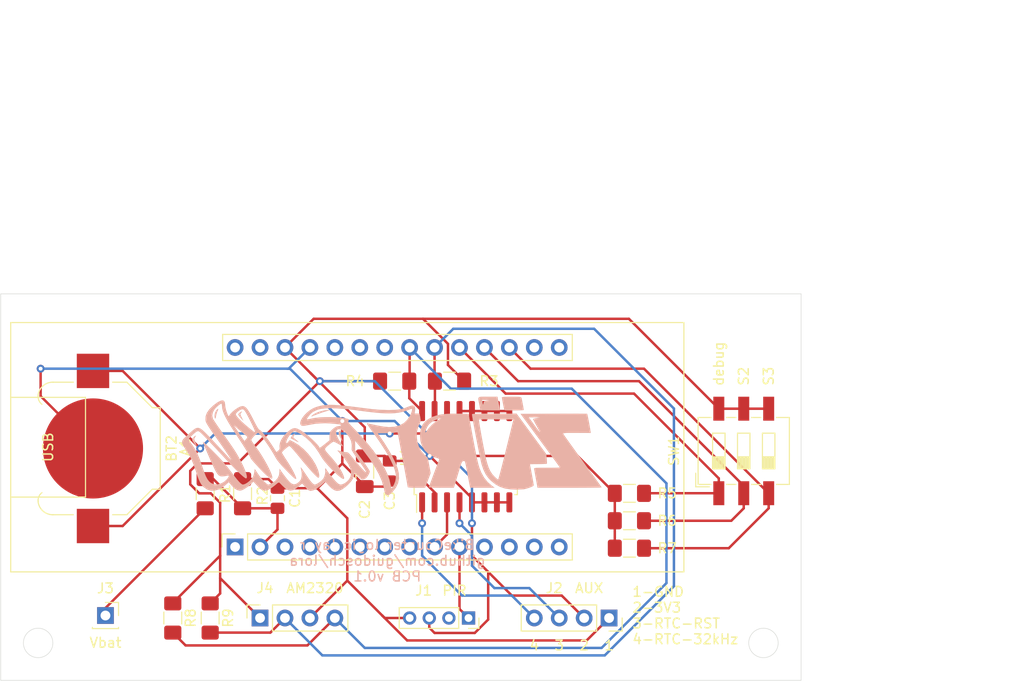
<source format=kicad_pcb>
(kicad_pcb (version 20171130) (host pcbnew "(5.1.10)-1")

  (general
    (thickness 1.6)
    (drawings 25)
    (tracks 189)
    (zones 0)
    (modules 21)
    (nets 34)
  )

  (page A4)
  (layers
    (0 F.Cu signal)
    (31 B.Cu signal)
    (32 B.Adhes user)
    (33 F.Adhes user)
    (34 B.Paste user)
    (35 F.Paste user)
    (36 B.SilkS user)
    (37 F.SilkS user)
    (38 B.Mask user)
    (39 F.Mask user)
    (40 Dwgs.User user)
    (41 Cmts.User user)
    (42 Eco1.User user)
    (43 Eco2.User user)
    (44 Edge.Cuts user)
    (45 Margin user)
    (46 B.CrtYd user)
    (47 F.CrtYd user)
    (48 B.Fab user)
    (49 F.Fab user)
  )

  (setup
    (last_trace_width 0.25)
    (trace_clearance 0.2)
    (zone_clearance 0.508)
    (zone_45_only no)
    (trace_min 0.2)
    (via_size 0.8)
    (via_drill 0.4)
    (via_min_size 0.4)
    (via_min_drill 0.3)
    (uvia_size 0.3)
    (uvia_drill 0.1)
    (uvias_allowed no)
    (uvia_min_size 0.2)
    (uvia_min_drill 0.1)
    (edge_width 0.05)
    (segment_width 0.2)
    (pcb_text_width 0.3)
    (pcb_text_size 1.5 1.5)
    (mod_edge_width 0.12)
    (mod_text_size 1 1)
    (mod_text_width 0.15)
    (pad_size 1.524 1.524)
    (pad_drill 0.762)
    (pad_to_mask_clearance 0)
    (aux_axis_origin 0 0)
    (visible_elements 7FFFFFFF)
    (pcbplotparams
      (layerselection 0x010fc_ffffffff)
      (usegerberextensions false)
      (usegerberattributes true)
      (usegerberadvancedattributes true)
      (creategerberjobfile true)
      (excludeedgelayer true)
      (linewidth 0.100000)
      (plotframeref false)
      (viasonmask false)
      (mode 1)
      (useauxorigin false)
      (hpglpennumber 1)
      (hpglpenspeed 20)
      (hpglpendiameter 15.000000)
      (psnegative false)
      (psa4output false)
      (plotreference true)
      (plotvalue true)
      (plotinvisibletext false)
      (padsonsilk false)
      (subtractmaskfromsilk false)
      (outputformat 1)
      (mirror false)
      (drillshape 1)
      (scaleselection 1)
      (outputdirectory ""))
  )

  (net 0 "")
  (net 1 "Net-(A1-Pad28)")
  (net 2 +3V3)
  (net 3 "Net-(A1-Pad27)")
  (net 4 "Net-(A1-Pad18)")
  (net 5 "Net-(A1-Pad17)")
  (net 6 GND)
  (net 7 "Net-(A1-Pad15)")
  (net 8 "Net-(A1-Pad16)")
  (net 9 "Net-(A1-Pad22)")
  (net 10 "Net-(A1-Pad23)")
  (net 11 "Net-(A1-Pad24)")
  (net 12 "Net-(A1-Pad19)")
  (net 13 "Net-(A1-Pad1)")
  (net 14 PIR_signal)
  (net 15 "Net-(A1-Pad5)")
  (net 16 "Net-(A1-Pad12)")
  (net 17 "Net-(A1-Pad11)")
  (net 18 "Net-(A1-Pad2)")
  (net 19 RTC_timer)
  (net 20 "Net-(A1-Pad6)")
  (net 21 "Net-(A1-Pad13)")
  (net 22 "Net-(A1-Pad14)")
  (net 23 "Net-(A1-Pad4)")
  (net 24 "Net-(A1-Pad3)")
  (net 25 "Net-(A1-Pad7)")
  (net 26 "Net-(A1-Pad8)")
  (net 27 "Net-(BT2-Pad1)")
  (net 28 "Net-(J1-Pad2)")
  (net 29 RTC_32KHZ)
  (net 30 RTC_RST)
  (net 31 SDA)
  (net 32 SCL)
  (net 33 "Net-(J3-Pad1)")

  (net_class Default "This is the default net class."
    (clearance 0.2)
    (trace_width 0.25)
    (via_dia 0.8)
    (via_drill 0.4)
    (uvia_dia 0.3)
    (uvia_drill 0.1)
    (add_net +3V3)
    (add_net GND)
    (add_net "Net-(A1-Pad1)")
    (add_net "Net-(A1-Pad11)")
    (add_net "Net-(A1-Pad12)")
    (add_net "Net-(A1-Pad13)")
    (add_net "Net-(A1-Pad14)")
    (add_net "Net-(A1-Pad15)")
    (add_net "Net-(A1-Pad16)")
    (add_net "Net-(A1-Pad17)")
    (add_net "Net-(A1-Pad18)")
    (add_net "Net-(A1-Pad19)")
    (add_net "Net-(A1-Pad2)")
    (add_net "Net-(A1-Pad22)")
    (add_net "Net-(A1-Pad23)")
    (add_net "Net-(A1-Pad24)")
    (add_net "Net-(A1-Pad27)")
    (add_net "Net-(A1-Pad28)")
    (add_net "Net-(A1-Pad3)")
    (add_net "Net-(A1-Pad4)")
    (add_net "Net-(A1-Pad5)")
    (add_net "Net-(A1-Pad6)")
    (add_net "Net-(A1-Pad7)")
    (add_net "Net-(A1-Pad8)")
    (add_net "Net-(BT2-Pad1)")
    (add_net "Net-(J1-Pad2)")
    (add_net "Net-(J3-Pad1)")
    (add_net PIR_signal)
    (add_net RTC_32KHZ)
    (add_net RTC_RST)
    (add_net RTC_timer)
    (add_net SCL)
    (add_net SDA)
  )

  (module Resistor_SMD:R_1206_3216Metric_Pad1.42x1.75mm_HandSolder (layer F.Cu) (tedit 5B301BBD) (tstamp 61AC606F)
    (at 155.448 81.28 270)
    (descr "Resistor SMD 1206 (3216 Metric), square (rectangular) end terminal, IPC_7351 nominal with elongated pad for handsoldering. (Body size source: http://www.tortai-tech.com/upload/download/2011102023233369053.pdf), generated with kicad-footprint-generator")
    (tags "resistor handsolder")
    (path /61AC74CB)
    (attr smd)
    (fp_text reference R9 (at 0 -1.82 90) (layer F.SilkS)
      (effects (font (size 1 1) (thickness 0.15)))
    )
    (fp_text value 10k (at 0 1.82 90) (layer F.Fab)
      (effects (font (size 1 1) (thickness 0.15)))
    )
    (fp_line (start 2.45 1.12) (end -2.45 1.12) (layer F.CrtYd) (width 0.05))
    (fp_line (start 2.45 -1.12) (end 2.45 1.12) (layer F.CrtYd) (width 0.05))
    (fp_line (start -2.45 -1.12) (end 2.45 -1.12) (layer F.CrtYd) (width 0.05))
    (fp_line (start -2.45 1.12) (end -2.45 -1.12) (layer F.CrtYd) (width 0.05))
    (fp_line (start -0.602064 0.91) (end 0.602064 0.91) (layer F.SilkS) (width 0.12))
    (fp_line (start -0.602064 -0.91) (end 0.602064 -0.91) (layer F.SilkS) (width 0.12))
    (fp_line (start 1.6 0.8) (end -1.6 0.8) (layer F.Fab) (width 0.1))
    (fp_line (start 1.6 -0.8) (end 1.6 0.8) (layer F.Fab) (width 0.1))
    (fp_line (start -1.6 -0.8) (end 1.6 -0.8) (layer F.Fab) (width 0.1))
    (fp_line (start -1.6 0.8) (end -1.6 -0.8) (layer F.Fab) (width 0.1))
    (fp_text user %R (at 0 0 90) (layer F.Fab)
      (effects (font (size 0.8 0.8) (thickness 0.12)))
    )
    (pad 1 smd roundrect (at -1.4875 0 270) (size 1.425 1.75) (layers F.Cu F.Paste F.Mask) (roundrect_rratio 0.175439)
      (net 2 +3V3))
    (pad 2 smd roundrect (at 1.4875 0 270) (size 1.425 1.75) (layers F.Cu F.Paste F.Mask) (roundrect_rratio 0.175439)
      (net 31 SDA))
    (model ${KISYS3DMOD}/Resistor_SMD.3dshapes/R_1206_3216Metric.wrl
      (at (xyz 0 0 0))
      (scale (xyz 1 1 1))
      (rotate (xyz 0 0 0))
    )
  )

  (module Resistor_SMD:R_1206_3216Metric_Pad1.42x1.75mm_HandSolder (layer F.Cu) (tedit 5B301BBD) (tstamp 61AC46F2)
    (at 151.638 81.28 270)
    (descr "Resistor SMD 1206 (3216 Metric), square (rectangular) end terminal, IPC_7351 nominal with elongated pad for handsoldering. (Body size source: http://www.tortai-tech.com/upload/download/2011102023233369053.pdf), generated with kicad-footprint-generator")
    (tags "resistor handsolder")
    (path /61AC74D1)
    (attr smd)
    (fp_text reference R8 (at 0 -1.82 90) (layer F.SilkS)
      (effects (font (size 1 1) (thickness 0.15)))
    )
    (fp_text value 10k (at 0 1.82 90) (layer F.Fab)
      (effects (font (size 1 1) (thickness 0.15)))
    )
    (fp_line (start 2.45 1.12) (end -2.45 1.12) (layer F.CrtYd) (width 0.05))
    (fp_line (start 2.45 -1.12) (end 2.45 1.12) (layer F.CrtYd) (width 0.05))
    (fp_line (start -2.45 -1.12) (end 2.45 -1.12) (layer F.CrtYd) (width 0.05))
    (fp_line (start -2.45 1.12) (end -2.45 -1.12) (layer F.CrtYd) (width 0.05))
    (fp_line (start -0.602064 0.91) (end 0.602064 0.91) (layer F.SilkS) (width 0.12))
    (fp_line (start -0.602064 -0.91) (end 0.602064 -0.91) (layer F.SilkS) (width 0.12))
    (fp_line (start 1.6 0.8) (end -1.6 0.8) (layer F.Fab) (width 0.1))
    (fp_line (start 1.6 -0.8) (end 1.6 0.8) (layer F.Fab) (width 0.1))
    (fp_line (start -1.6 -0.8) (end 1.6 -0.8) (layer F.Fab) (width 0.1))
    (fp_line (start -1.6 0.8) (end -1.6 -0.8) (layer F.Fab) (width 0.1))
    (fp_text user %R (at 0 0 90) (layer F.Fab)
      (effects (font (size 0.8 0.8) (thickness 0.12)))
    )
    (pad 1 smd roundrect (at -1.4875 0 270) (size 1.425 1.75) (layers F.Cu F.Paste F.Mask) (roundrect_rratio 0.175439)
      (net 2 +3V3))
    (pad 2 smd roundrect (at 1.4875 0 270) (size 1.425 1.75) (layers F.Cu F.Paste F.Mask) (roundrect_rratio 0.175439)
      (net 32 SCL))
    (model ${KISYS3DMOD}/Resistor_SMD.3dshapes/R_1206_3216Metric.wrl
      (at (xyz 0 0 0))
      (scale (xyz 1 1 1))
      (rotate (xyz 0 0 0))
    )
  )

  (module Connector_PinSocket_2.54mm:PinSocket_1x04_P2.54mm_Vertical (layer F.Cu) (tedit 5A19A429) (tstamp 61AC7677)
    (at 160.528 81.28 90)
    (descr "Through hole straight socket strip, 1x04, 2.54mm pitch, single row (from Kicad 4.0.7), script generated")
    (tags "Through hole socket strip THT 1x04 2.54mm single row")
    (path /61AC02D4)
    (fp_text reference J4 (at 3.048 0.508) (layer F.SilkS)
      (effects (font (size 1 1) (thickness 0.15)))
    )
    (fp_text value AM2320 (at 3.048 5.588) (layer F.SilkS)
      (effects (font (size 1 1) (thickness 0.15)))
    )
    (fp_line (start -1.8 9.4) (end -1.8 -1.8) (layer F.CrtYd) (width 0.05))
    (fp_line (start 1.75 9.4) (end -1.8 9.4) (layer F.CrtYd) (width 0.05))
    (fp_line (start 1.75 -1.8) (end 1.75 9.4) (layer F.CrtYd) (width 0.05))
    (fp_line (start -1.8 -1.8) (end 1.75 -1.8) (layer F.CrtYd) (width 0.05))
    (fp_line (start 0 -1.33) (end 1.33 -1.33) (layer F.SilkS) (width 0.12))
    (fp_line (start 1.33 -1.33) (end 1.33 0) (layer F.SilkS) (width 0.12))
    (fp_line (start 1.33 1.27) (end 1.33 8.95) (layer F.SilkS) (width 0.12))
    (fp_line (start -1.33 8.95) (end 1.33 8.95) (layer F.SilkS) (width 0.12))
    (fp_line (start -1.33 1.27) (end -1.33 8.95) (layer F.SilkS) (width 0.12))
    (fp_line (start -1.33 1.27) (end 1.33 1.27) (layer F.SilkS) (width 0.12))
    (fp_line (start -1.27 8.89) (end -1.27 -1.27) (layer F.Fab) (width 0.1))
    (fp_line (start 1.27 8.89) (end -1.27 8.89) (layer F.Fab) (width 0.1))
    (fp_line (start 1.27 -0.635) (end 1.27 8.89) (layer F.Fab) (width 0.1))
    (fp_line (start 0.635 -1.27) (end 1.27 -0.635) (layer F.Fab) (width 0.1))
    (fp_line (start -1.27 -1.27) (end 0.635 -1.27) (layer F.Fab) (width 0.1))
    (fp_text user %R (at 0 3.81) (layer F.Fab)
      (effects (font (size 1 1) (thickness 0.15)))
    )
    (pad 1 thru_hole rect (at 0 0 90) (size 1.7 1.7) (drill 1) (layers *.Cu *.Mask)
      (net 2 +3V3))
    (pad 2 thru_hole oval (at 0 2.54 90) (size 1.7 1.7) (drill 1) (layers *.Cu *.Mask)
      (net 31 SDA))
    (pad 3 thru_hole oval (at 0 5.08 90) (size 1.7 1.7) (drill 1) (layers *.Cu *.Mask)
      (net 6 GND))
    (pad 4 thru_hole oval (at 0 7.62 90) (size 1.7 1.7) (drill 1) (layers *.Cu *.Mask)
      (net 32 SCL))
    (model ${KISYS3DMOD}/Connector_PinSocket_2.54mm.3dshapes/PinSocket_1x04_P2.54mm_Vertical.wrl
      (at (xyz 0 0 0))
      (scale (xyz 1 1 1))
      (rotate (xyz 0 0 0))
    )
  )

  (module Resistor_SMD:R_1206_3216Metric_Pad1.42x1.75mm_HandSolder (layer F.Cu) (tedit 5B301BBD) (tstamp 61A488B7)
    (at 158.75 68.6165 90)
    (descr "Resistor SMD 1206 (3216 Metric), square (rectangular) end terminal, IPC_7351 nominal with elongated pad for handsoldering. (Body size source: http://www.tortai-tech.com/upload/download/2011102023233369053.pdf), generated with kicad-footprint-generator")
    (tags "resistor handsolder")
    (path /615B9C8E)
    (attr smd)
    (fp_text reference R2 (at -0.2175 2.032 90) (layer F.SilkS)
      (effects (font (size 1 1) (thickness 0.15)))
    )
    (fp_text value 1.2M (at 0 1.82 90) (layer F.Fab)
      (effects (font (size 1 1) (thickness 0.15)))
    )
    (fp_text user %R (at 0 0 90) (layer F.Fab)
      (effects (font (size 0.8 0.8) (thickness 0.12)))
    )
    (fp_line (start -1.6 0.8) (end -1.6 -0.8) (layer F.Fab) (width 0.1))
    (fp_line (start -1.6 -0.8) (end 1.6 -0.8) (layer F.Fab) (width 0.1))
    (fp_line (start 1.6 -0.8) (end 1.6 0.8) (layer F.Fab) (width 0.1))
    (fp_line (start 1.6 0.8) (end -1.6 0.8) (layer F.Fab) (width 0.1))
    (fp_line (start -0.602064 -0.91) (end 0.602064 -0.91) (layer F.SilkS) (width 0.12))
    (fp_line (start -0.602064 0.91) (end 0.602064 0.91) (layer F.SilkS) (width 0.12))
    (fp_line (start -2.45 1.12) (end -2.45 -1.12) (layer F.CrtYd) (width 0.05))
    (fp_line (start -2.45 -1.12) (end 2.45 -1.12) (layer F.CrtYd) (width 0.05))
    (fp_line (start 2.45 -1.12) (end 2.45 1.12) (layer F.CrtYd) (width 0.05))
    (fp_line (start 2.45 1.12) (end -2.45 1.12) (layer F.CrtYd) (width 0.05))
    (pad 1 smd roundrect (at -1.4875 0 90) (size 1.425 1.75) (layers F.Cu F.Paste F.Mask) (roundrect_rratio 0.175439)
      (net 18 "Net-(A1-Pad2)"))
    (pad 2 smd roundrect (at 1.4875 0 90) (size 1.425 1.75) (layers F.Cu F.Paste F.Mask) (roundrect_rratio 0.175439)
      (net 6 GND))
    (model ${KISYS3DMOD}/Resistor_SMD.3dshapes/R_1206_3216Metric.wrl
      (at (xyz 0 0 0))
      (scale (xyz 1 1 1))
      (rotate (xyz 0 0 0))
    )
  )

  (module Resistor_SMD:R_1206_3216Metric_Pad1.42x1.75mm_HandSolder (layer F.Cu) (tedit 5B301BBD) (tstamp 61A47B73)
    (at 154.94 68.6165 90)
    (descr "Resistor SMD 1206 (3216 Metric), square (rectangular) end terminal, IPC_7351 nominal with elongated pad for handsoldering. (Body size source: http://www.tortai-tech.com/upload/download/2011102023233369053.pdf), generated with kicad-footprint-generator")
    (tags "resistor handsolder")
    (path /615BA347)
    (attr smd)
    (fp_text reference R1 (at 0 2.032 90) (layer F.SilkS)
      (effects (font (size 1 1) (thickness 0.15)))
    )
    (fp_text value 330k (at 0 1.82 90) (layer F.Fab)
      (effects (font (size 1 1) (thickness 0.15)))
    )
    (fp_text user %R (at 0 0 90) (layer F.Fab)
      (effects (font (size 0.8 0.8) (thickness 0.12)))
    )
    (fp_line (start -1.6 0.8) (end -1.6 -0.8) (layer F.Fab) (width 0.1))
    (fp_line (start -1.6 -0.8) (end 1.6 -0.8) (layer F.Fab) (width 0.1))
    (fp_line (start 1.6 -0.8) (end 1.6 0.8) (layer F.Fab) (width 0.1))
    (fp_line (start 1.6 0.8) (end -1.6 0.8) (layer F.Fab) (width 0.1))
    (fp_line (start -0.602064 -0.91) (end 0.602064 -0.91) (layer F.SilkS) (width 0.12))
    (fp_line (start -0.602064 0.91) (end 0.602064 0.91) (layer F.SilkS) (width 0.12))
    (fp_line (start -2.45 1.12) (end -2.45 -1.12) (layer F.CrtYd) (width 0.05))
    (fp_line (start -2.45 -1.12) (end 2.45 -1.12) (layer F.CrtYd) (width 0.05))
    (fp_line (start 2.45 -1.12) (end 2.45 1.12) (layer F.CrtYd) (width 0.05))
    (fp_line (start 2.45 1.12) (end -2.45 1.12) (layer F.CrtYd) (width 0.05))
    (pad 1 smd roundrect (at -1.4875 0 90) (size 1.425 1.75) (layers F.Cu F.Paste F.Mask) (roundrect_rratio 0.175439)
      (net 33 "Net-(J3-Pad1)"))
    (pad 2 smd roundrect (at 1.4875 0 90) (size 1.425 1.75) (layers F.Cu F.Paste F.Mask) (roundrect_rratio 0.175439)
      (net 18 "Net-(A1-Pad2)"))
    (model ${KISYS3DMOD}/Resistor_SMD.3dshapes/R_1206_3216Metric.wrl
      (at (xyz 0 0 0))
      (scale (xyz 1 1 1))
      (rotate (xyz 0 0 0))
    )
  )

  (module Capacitor_SMD:C_0805_2012Metric_Pad1.15x1.40mm_HandSolder (layer F.Cu) (tedit 5B36C52B) (tstamp 61A47AA0)
    (at 162.306 69.079 90)
    (descr "Capacitor SMD 0805 (2012 Metric), square (rectangular) end terminal, IPC_7351 nominal with elongated pad for handsoldering. (Body size source: https://docs.google.com/spreadsheets/d/1BsfQQcO9C6DZCsRaXUlFlo91Tg2WpOkGARC1WS5S8t0/edit?usp=sharing), generated with kicad-footprint-generator")
    (tags "capacitor handsolder")
    (path /615B5D7E)
    (attr smd)
    (fp_text reference C1 (at 0 1.778 90) (layer F.SilkS)
      (effects (font (size 1 1) (thickness 0.15)))
    )
    (fp_text value 0.1uF (at 0 1.65 90) (layer F.Fab)
      (effects (font (size 1 1) (thickness 0.15)))
    )
    (fp_text user %R (at 0 0 90) (layer F.Fab)
      (effects (font (size 0.5 0.5) (thickness 0.08)))
    )
    (fp_line (start -1 0.6) (end -1 -0.6) (layer F.Fab) (width 0.1))
    (fp_line (start -1 -0.6) (end 1 -0.6) (layer F.Fab) (width 0.1))
    (fp_line (start 1 -0.6) (end 1 0.6) (layer F.Fab) (width 0.1))
    (fp_line (start 1 0.6) (end -1 0.6) (layer F.Fab) (width 0.1))
    (fp_line (start -0.261252 -0.71) (end 0.261252 -0.71) (layer F.SilkS) (width 0.12))
    (fp_line (start -0.261252 0.71) (end 0.261252 0.71) (layer F.SilkS) (width 0.12))
    (fp_line (start -1.85 0.95) (end -1.85 -0.95) (layer F.CrtYd) (width 0.05))
    (fp_line (start -1.85 -0.95) (end 1.85 -0.95) (layer F.CrtYd) (width 0.05))
    (fp_line (start 1.85 -0.95) (end 1.85 0.95) (layer F.CrtYd) (width 0.05))
    (fp_line (start 1.85 0.95) (end -1.85 0.95) (layer F.CrtYd) (width 0.05))
    (pad 1 smd roundrect (at -1.025 0 90) (size 1.15 1.4) (layers F.Cu F.Paste F.Mask) (roundrect_rratio 0.217391)
      (net 18 "Net-(A1-Pad2)"))
    (pad 2 smd roundrect (at 1.025 0 90) (size 1.15 1.4) (layers F.Cu F.Paste F.Mask) (roundrect_rratio 0.217391)
      (net 6 GND))
    (model ${KISYS3DMOD}/Capacitor_SMD.3dshapes/C_0805_2012Metric.wrl
      (at (xyz 0 0 0))
      (scale (xyz 1 1 1))
      (rotate (xyz 0 0 0))
    )
  )

  (module General_TM:Arduino_MKR_WAN_1310 (layer F.Cu) (tedit 61618BF1) (tstamp 6162935C)
    (at 157.988 74.041 90)
    (path /615B249E)
    (fp_text reference A1 (at 10.16 -5.08 90) (layer F.SilkS)
      (effects (font (size 1 1) (thickness 0.15)))
    )
    (fp_text value Arduino_MKR_WAN_1310 (at 10.16 -8.89 90) (layer F.Fab)
      (effects (font (size 1 1) (thickness 0.15)))
    )
    (fp_text user USB (at 10.16 -19.05 90) (layer F.SilkS)
      (effects (font (size 1 1) (thickness 0.15)))
    )
    (fp_line (start 15.24 -15.24) (end 15.24 -22.86) (layer F.SilkS) (width 0.12))
    (fp_line (start 5.08 -15.24) (end 15.24 -15.24) (layer F.SilkS) (width 0.12))
    (fp_line (start 5.08 -22.86) (end 5.08 -15.24) (layer F.SilkS) (width 0.12))
    (fp_line (start -2.54 -22.86) (end -2.54 45.72) (layer F.SilkS) (width 0.12))
    (fp_line (start 22.86 -22.86) (end -2.54 -22.86) (layer F.SilkS) (width 0.12))
    (fp_line (start 22.86 45.72) (end 22.86 -22.86) (layer F.SilkS) (width 0.12))
    (fp_line (start -2.54 45.72) (end 22.86 45.72) (layer F.SilkS) (width 0.12))
    (fp_line (start 22.07 34.8) (end 18.52 34.8) (layer F.CrtYd) (width 0.05))
    (fp_line (start 21.59 -1.27) (end 21.59 34.29) (layer F.Fab) (width 0.1))
    (fp_line (start 19.05 34.29) (end 19.05 -1.27) (layer F.Fab) (width 0.1))
    (fp_line (start 18.99 -1.27) (end 18.99 34.35) (layer F.SilkS) (width 0.12))
    (fp_line (start 18.52 -1.8) (end 22.07 -1.8) (layer F.CrtYd) (width 0.05))
    (fp_line (start 18.99 -1.27) (end 21.65 -1.27) (layer F.SilkS) (width 0.12))
    (fp_line (start 18.52 34.8) (end 18.52 -1.8) (layer F.CrtYd) (width 0.05))
    (fp_line (start 21.59 34.29) (end 19.05 34.29) (layer F.Fab) (width 0.1))
    (fp_line (start 19.05 -1.27) (end 21.59 -1.27) (layer F.Fab) (width 0.1))
    (fp_line (start 22.07 -1.8) (end 22.07 34.8) (layer F.CrtYd) (width 0.05))
    (fp_line (start 21.65 -1.27) (end 21.65 34.35) (layer F.SilkS) (width 0.12))
    (fp_line (start 18.99 34.35) (end 21.65 34.35) (layer F.SilkS) (width 0.12))
    (fp_line (start -1.27 34.29) (end -1.27 -1.27) (layer F.Fab) (width 0.1))
    (fp_line (start -1.33 1.27) (end -1.33 34.35) (layer F.SilkS) (width 0.12))
    (fp_line (start 1.33 1.27) (end 1.33 34.35) (layer F.SilkS) (width 0.12))
    (fp_line (start -1.33 1.27) (end 1.33 1.27) (layer F.SilkS) (width 0.12))
    (fp_line (start -1.33 34.35) (end 1.33 34.35) (layer F.SilkS) (width 0.12))
    (fp_line (start 1.33 -1.33) (end 1.33 0) (layer F.SilkS) (width 0.12))
    (fp_line (start 1.75 -1.8) (end 1.75 34.8) (layer F.CrtYd) (width 0.05))
    (fp_line (start -1.8 34.8) (end -1.8 -1.8) (layer F.CrtYd) (width 0.05))
    (fp_line (start 0 -1.33) (end 1.33 -1.33) (layer F.SilkS) (width 0.12))
    (fp_line (start 1.75 34.8) (end -1.8 34.8) (layer F.CrtYd) (width 0.05))
    (fp_line (start 1.27 34.29) (end -1.27 34.29) (layer F.Fab) (width 0.1))
    (fp_line (start -1.8 -1.8) (end 1.75 -1.8) (layer F.CrtYd) (width 0.05))
    (fp_line (start -1.27 -1.27) (end 0.635 -1.27) (layer F.Fab) (width 0.1))
    (fp_line (start 0.635 -1.27) (end 1.27 -0.635) (layer F.Fab) (width 0.1))
    (fp_line (start 1.27 -0.635) (end 1.27 34.29) (layer F.Fab) (width 0.1))
    (pad 8 thru_hole oval (at 0 17.78 90) (size 1.7 1.7) (drill 1) (layers *.Cu *.Mask)
      (net 26 "Net-(A1-Pad8)"))
    (pad 7 thru_hole oval (at 0 15.24 90) (size 1.7 1.7) (drill 1) (layers *.Cu *.Mask)
      (net 25 "Net-(A1-Pad7)"))
    (pad 3 thru_hole oval (at 0 5.08 90) (size 1.7 1.7) (drill 1) (layers *.Cu *.Mask)
      (net 24 "Net-(A1-Pad3)"))
    (pad 4 thru_hole oval (at 0 7.62 90) (size 1.7 1.7) (drill 1) (layers *.Cu *.Mask)
      (net 23 "Net-(A1-Pad4)"))
    (pad 14 thru_hole oval (at 0 33.02 90) (size 1.7 1.7) (drill 1) (layers *.Cu *.Mask)
      (net 22 "Net-(A1-Pad14)"))
    (pad 13 thru_hole oval (at 0 30.48 90) (size 1.7 1.7) (drill 1) (layers *.Cu *.Mask)
      (net 21 "Net-(A1-Pad13)"))
    (pad 6 thru_hole oval (at 0 12.7 90) (size 1.7 1.7) (drill 1) (layers *.Cu *.Mask)
      (net 20 "Net-(A1-Pad6)"))
    (pad 9 thru_hole oval (at 0 20.32 90) (size 1.7 1.7) (drill 1) (layers *.Cu *.Mask)
      (net 19 RTC_timer))
    (pad 2 thru_hole oval (at 0 2.54 90) (size 1.7 1.7) (drill 1) (layers *.Cu *.Mask)
      (net 18 "Net-(A1-Pad2)"))
    (pad 11 thru_hole oval (at 0 25.4 90) (size 1.7 1.7) (drill 1) (layers *.Cu *.Mask)
      (net 17 "Net-(A1-Pad11)"))
    (pad 12 thru_hole oval (at 0 27.94 90) (size 1.7 1.7) (drill 1) (layers *.Cu *.Mask)
      (net 16 "Net-(A1-Pad12)"))
    (pad 5 thru_hole oval (at 0 10.16 90) (size 1.7 1.7) (drill 1) (layers *.Cu *.Mask)
      (net 15 "Net-(A1-Pad5)"))
    (pad 10 thru_hole oval (at 0 22.86 90) (size 1.7 1.7) (drill 1) (layers *.Cu *.Mask)
      (net 14 PIR_signal))
    (pad 1 thru_hole rect (at 0 0 90) (size 1.7 1.7) (drill 1) (layers *.Cu *.Mask)
      (net 13 "Net-(A1-Pad1)"))
    (pad 19 thru_hole oval (at 20.32 22.86 90) (size 1.7 1.7) (drill 1) (layers *.Cu *.Mask)
      (net 12 "Net-(A1-Pad19)"))
    (pad 24 thru_hole oval (at 20.32 10.16 90) (size 1.7 1.7) (drill 1) (layers *.Cu *.Mask)
      (net 11 "Net-(A1-Pad24)"))
    (pad 23 thru_hole oval (at 20.32 12.7 90) (size 1.7 1.7) (drill 1) (layers *.Cu *.Mask)
      (net 10 "Net-(A1-Pad23)"))
    (pad 22 thru_hole oval (at 20.32 15.24 90) (size 1.7 1.7) (drill 1) (layers *.Cu *.Mask)
      (net 9 "Net-(A1-Pad22)"))
    (pad 21 thru_hole oval (at 20.32 17.78 90) (size 1.7 1.7) (drill 1) (layers *.Cu *.Mask)
      (net 32 SCL))
    (pad 16 thru_hole oval (at 20.32 30.48 90) (size 1.7 1.7) (drill 1) (layers *.Cu *.Mask)
      (net 8 "Net-(A1-Pad16)"))
    (pad 15 thru_hole oval (at 20.32 33.02 90) (size 1.7 1.7) (drill 1) (layers *.Cu *.Mask)
      (net 7 "Net-(A1-Pad15)"))
    (pad 25 thru_hole oval (at 20.32 7.62 90) (size 1.7 1.7) (drill 1) (layers *.Cu *.Mask)
      (net 6 GND))
    (pad 17 thru_hole oval (at 20.32 27.94 90) (size 1.7 1.7) (drill 1) (layers *.Cu *.Mask)
      (net 5 "Net-(A1-Pad17)"))
    (pad 18 thru_hole oval (at 20.32 25.4 90) (size 1.7 1.7) (drill 1) (layers *.Cu *.Mask)
      (net 4 "Net-(A1-Pad18)"))
    (pad 27 thru_hole oval (at 20.32 2.54 90) (size 1.7 1.7) (drill 1) (layers *.Cu *.Mask)
      (net 3 "Net-(A1-Pad27)"))
    (pad 20 thru_hole oval (at 20.32 20.32 90) (size 1.7 1.7) (drill 1) (layers *.Cu *.Mask)
      (net 31 SDA))
    (pad 26 thru_hole oval (at 20.32 5.08 90) (size 1.7 1.7) (drill 1) (layers *.Cu *.Mask)
      (net 2 +3V3))
    (pad 28 thru_hole oval (at 20.32 0 90) (size 1.7 1.7) (drill 1) (layers *.Cu *.Mask)
      (net 1 "Net-(A1-Pad28)"))
    (model ${KISYS3DMOD}/Connector_PinSocket_2.54mm.3dshapes/PinSocket_1x14_P2.54mm_Vertical.wrl
      (at (xyz 0 0 0))
      (scale (xyz 1 1 1))
      (rotate (xyz 0 0 0))
    )
    (model ${KISYS3DMOD}/Connector_PinSocket_2.54mm.3dshapes/PinSocket_1x14_P2.54mm_Vertical.wrl
      (offset (xyz 20.32 0 0))
      (scale (xyz 1 1 1))
      (rotate (xyz 0 0 0))
    )
    (model ${GENERAL_TM}/MKRWAN1310V3_0.wrl
      (offset (xyz -4.04 -4.68 8))
      (scale (xyz 0.394 0.394 0.394))
      (rotate (xyz 0 0 90))
    )
    (model ${KISYS3DMOD}/Connector_PinSocket_2.54mm.3dshapes/PinSocket_1x14_P2.54mm_Vertical.wrl
      (offset (xyz 0 0 9))
      (scale (xyz 1 1 1))
      (rotate (xyz 0 0 0))
    )
    (model ${KISYS3DMOD}/Connector_PinSocket_2.54mm.3dshapes/PinSocket_1x14_P2.54mm_Vertical.wrl
      (offset (xyz 20.32 0 9))
      (scale (xyz 1 1 1))
      (rotate (xyz 0 0 0))
    )
    (model ${KISYS3DMOD}/Connector_USB.3dshapes/USB_Micro-B_Molex_47346-0001.wrl
      (offset (xyz 10.16 19.5 9))
      (scale (xyz 1 1 1))
      (rotate (xyz 0 0 180))
    )
  )

  (module Connector_PinSocket_2.54mm:PinSocket_1x01_P2.54mm_Vertical (layer F.Cu) (tedit 5A19A434) (tstamp 61A492E1)
    (at 144.78 81.026)
    (descr "Through hole straight socket strip, 1x01, 2.54mm pitch, single row (from Kicad 4.0.7), script generated")
    (tags "Through hole socket strip THT 1x01 2.54mm single row")
    (path /61A49201)
    (fp_text reference J3 (at 0 -2.77) (layer F.SilkS)
      (effects (font (size 1 1) (thickness 0.15)))
    )
    (fp_text value Vbat (at 0 2.77) (layer F.SilkS)
      (effects (font (size 1 1) (thickness 0.15)))
    )
    (fp_text user %R (at 0 0) (layer F.Fab)
      (effects (font (size 1 1) (thickness 0.15)))
    )
    (fp_line (start -1.27 -1.27) (end 0.635 -1.27) (layer F.Fab) (width 0.1))
    (fp_line (start 0.635 -1.27) (end 1.27 -0.635) (layer F.Fab) (width 0.1))
    (fp_line (start 1.27 -0.635) (end 1.27 1.27) (layer F.Fab) (width 0.1))
    (fp_line (start 1.27 1.27) (end -1.27 1.27) (layer F.Fab) (width 0.1))
    (fp_line (start -1.27 1.27) (end -1.27 -1.27) (layer F.Fab) (width 0.1))
    (fp_line (start -1.33 1.33) (end 1.33 1.33) (layer F.SilkS) (width 0.12))
    (fp_line (start -1.33 1.21) (end -1.33 1.33) (layer F.SilkS) (width 0.12))
    (fp_line (start 1.33 1.21) (end 1.33 1.33) (layer F.SilkS) (width 0.12))
    (fp_line (start 1.33 -1.33) (end 1.33 0) (layer F.SilkS) (width 0.12))
    (fp_line (start 0 -1.33) (end 1.33 -1.33) (layer F.SilkS) (width 0.12))
    (fp_line (start -1.8 -1.8) (end 1.75 -1.8) (layer F.CrtYd) (width 0.05))
    (fp_line (start 1.75 -1.8) (end 1.75 1.75) (layer F.CrtYd) (width 0.05))
    (fp_line (start 1.75 1.75) (end -1.8 1.75) (layer F.CrtYd) (width 0.05))
    (fp_line (start -1.8 1.75) (end -1.8 -1.8) (layer F.CrtYd) (width 0.05))
    (pad 1 thru_hole rect (at 0 0) (size 1.7 1.7) (drill 1) (layers *.Cu *.Mask)
      (net 33 "Net-(J3-Pad1)"))
    (model ${KISYS3DMOD}/Connector_PinSocket_2.54mm.3dshapes/PinSocket_1x01_P2.54mm_Vertical.wrl
      (at (xyz 0 0 0))
      (scale (xyz 1 1 1))
      (rotate (xyz 0 0 0))
    )
  )

  (module ZueriTrailsLogo:ZueriTrailsLogo (layer B.Cu) (tedit 0) (tstamp 6162A83C)
    (at 173.99 63.754 180)
    (fp_text reference G*** (at 0 0 180) (layer B.SilkS) hide
      (effects (font (size 1.524 1.524) (thickness 0.3)) (justify mirror))
    )
    (fp_text value LOGO (at 0.75 0 180) (layer B.SilkS) hide
      (effects (font (size 1.524 1.524) (thickness 0.3)) (justify mirror))
    )
    (fp_poly (pts (xy 15.417841 3.471626) (xy 15.494 3.41896) (xy 15.618118 3.310328) (xy 15.680722 3.222432)
      (xy 15.682605 3.210684) (xy 15.642026 3.130425) (xy 15.538712 2.991052) (xy 15.425506 2.8575)
      (xy 15.170302 2.57175) (xy 15.336369 2.911339) (xy 15.426466 3.105347) (xy 15.461728 3.223473)
      (xy 15.447482 3.301681) (xy 15.402968 3.360839) (xy 15.314225 3.47742) (xy 15.321698 3.515955)
      (xy 15.417841 3.471626)) (layer B.SilkS) (width 0.01))
    (fp_poly (pts (xy 17.797208 3.752404) (xy 17.908615 3.62282) (xy 17.954625 3.55759) (xy 18.052721 3.344104)
      (xy 18.095732 3.103605) (xy 18.077558 2.888737) (xy 18.041882 2.804581) (xy 18.001406 2.798754)
      (xy 17.967888 2.918144) (xy 17.955748 3.007908) (xy 17.903323 3.258766) (xy 17.815171 3.511668)
      (xy 17.794548 3.55611) (xy 17.728859 3.718945) (xy 17.733518 3.784411) (xy 17.797208 3.752404)) (layer B.SilkS) (width 0.01))
    (fp_poly (pts (xy 5.383158 1.512938) (xy 5.384799 1.511301) (xy 5.450261 1.39232) (xy 5.441569 1.224915)
      (xy 5.35595 0.988549) (xy 5.297735 0.866472) (xy 5.17624 0.6335) (xy 5.102556 0.515759)
      (xy 5.077419 0.513577) (xy 5.101568 0.62728) (xy 5.157764 0.804554) (xy 5.228942 1.074247)
      (xy 5.253968 1.306193) (xy 5.2486 1.380348) (xy 5.239745 1.538782) (xy 5.284177 1.582574)
      (xy 5.383158 1.512938)) (layer B.SilkS) (width 0.01))
    (fp_poly (pts (xy 9.998231 1.224305) (xy 10.032342 1.206852) (xy 10.153748 1.101421) (xy 10.248964 0.964656)
      (xy 10.339242 0.790077) (xy 9.884496 0.549305) (xy 9.670653 0.440979) (xy 9.562533 0.398292)
      (xy 9.561179 0.421603) (xy 9.5885 0.447511) (xy 9.754663 0.588037) (xy 9.93209 0.731475)
      (xy 9.93288 0.732094) (xy 10.051181 0.83333) (xy 10.080614 0.908173) (xy 10.033995 1.006318)
      (xy 10.012255 1.039866) (xy 9.925305 1.187049) (xy 9.920261 1.245459) (xy 9.998231 1.224305)) (layer B.SilkS) (width 0.01))
    (fp_poly (pts (xy 20.096522 1.007417) (xy 20.193 0.92075) (xy 20.313072 0.78543) (xy 20.379098 0.671592)
      (xy 20.3835 0.648133) (xy 20.345514 0.550409) (xy 20.245405 0.387286) (xy 20.103948 0.18958)
      (xy 19.941915 -0.011896) (xy 19.926501 -0.029774) (xy 19.921396 -0.008083) (xy 19.957848 0.106549)
      (xy 20.028086 0.290035) (xy 20.036162 0.309998) (xy 20.12079 0.527727) (xy 20.158324 0.665756)
      (xy 20.153041 0.760531) (xy 20.109217 0.8485) (xy 20.100861 0.861413) (xy 20.017332 1.006205)
      (xy 20.016726 1.055414) (xy 20.096522 1.007417)) (layer B.SilkS) (width 0.01))
    (fp_poly (pts (xy 6.645317 3.655022) (xy 7.024505 3.59828) (xy 7.405773 3.497218) (xy 7.749908 3.365126)
      (xy 8.017699 3.215295) (xy 8.075801 3.170148) (xy 8.189056 3.072087) (xy 8.23933 3.018798)
      (xy 8.214176 3.010745) (xy 8.101142 3.048391) (xy 7.887782 3.132201) (xy 7.764047 3.181764)
      (xy 7.46718 3.294153) (xy 7.120453 3.415835) (xy 6.796195 3.521475) (xy 6.779797 3.526516)
      (xy 6.25475 3.687278) (xy 6.645317 3.655022)) (layer B.SilkS) (width 0.01))
    (fp_poly (pts (xy -9.086318 5.015574) (xy -8.90824 4.992963) (xy -8.809962 4.936517) (xy -8.775857 4.831933)
      (xy -8.790301 4.66491) (xy -8.837667 4.421146) (xy -8.877185 4.22275) (xy -8.986596 3.65125)
      (xy -9.986048 3.633763) (xy -10.326074 3.629565) (xy -10.616466 3.629319) (xy -10.835805 3.632776)
      (xy -10.962672 3.639684) (xy -10.9855 3.645487) (xy -10.973743 3.717772) (xy -10.942851 3.879968)
      (xy -10.899398 4.097612) (xy -10.897392 4.107474) (xy -10.845058 4.36944) (xy -10.796975 4.618395)
      (xy -10.787271 4.671092) (xy -9.927825 4.671092) (xy -9.913688 4.659936) (xy -9.87425 4.655525)
      (xy -9.615456 4.627196) (xy -9.455707 4.588195) (xy -9.367095 4.524496) (xy -9.321711 4.422075)
      (xy -9.310412 4.372182) (xy -9.275677 4.234031) (xy -9.245723 4.2116) (xy -9.21511 4.308854)
      (xy -9.188731 4.460875) (xy -9.151985 4.699) (xy -9.640118 4.688326) (xy -9.832475 4.681138)
      (xy -9.927825 4.671092) (xy -10.787271 4.671092) (xy -10.767515 4.778375) (xy -10.725746 5.0165)
      (xy -9.744373 5.0165) (xy -9.35982 5.018653) (xy -9.086318 5.015574)) (layer B.SilkS) (width 0.01))
    (fp_poly (pts (xy -11.819452 5.013035) (xy -11.53279 5.003473) (xy -11.317625 4.989067) (xy -11.195593 4.971069)
      (xy -11.176 4.959793) (xy -11.187566 4.877218) (xy -11.218196 4.702475) (xy -11.261791 4.467876)
      (xy -11.312251 4.205735) (xy -11.363478 3.948367) (xy -11.402027 3.762375) (xy -11.417645 3.70824)
      (xy -11.450544 3.669861) (xy -11.519942 3.644531) (xy -11.645058 3.629539) (xy -11.84511 3.622177)
      (xy -12.139317 3.619734) (xy -12.41546 3.6195) (xy -12.75254 3.622942) (xy -13.039796 3.632439)
      (xy -13.255622 3.64675) (xy -13.378417 3.664634) (xy -13.3985 3.675986) (xy -13.387012 3.767433)
      (xy -13.357022 3.947417) (xy -13.315247 4.180002) (xy -13.268399 4.429252) (xy -13.223193 4.659233)
      (xy -13.186345 4.834008) (xy -13.168791 4.905375) (xy -13.144826 4.947922) (xy -13.089515 4.978085)
      (xy -12.983905 4.997944) (xy -12.809039 5.00958) (xy -12.545963 5.015071) (xy -12.175721 5.016499)
      (xy -12.155971 5.0165) (xy -11.819452 5.013035)) (layer B.SilkS) (width 0.01))
    (fp_poly (pts (xy -5.44405 3.258983) (xy -4.928195 3.196046) (xy -4.485291 3.097284) (xy -4.098304 2.959822)
      (xy -3.7502 2.780785) (xy -3.749099 2.780124) (xy -3.370418 2.496795) (xy -3.097665 2.160133)
      (xy -2.924369 1.75784) (xy -2.844059 1.277621) (xy -2.836501 1.046037) (xy -2.891104 0.480118)
      (xy -3.051416 -0.019332) (xy -3.313277 -0.446572) (xy -3.672528 -0.795858) (xy -4.125011 -1.061451)
      (xy -4.450019 -1.18141) (xy -4.66353 -1.25344) (xy -4.771918 -1.314403) (xy -4.794886 -1.376618)
      (xy -4.789624 -1.393728) (xy -4.723334 -1.561012) (xy -4.628811 -1.806485) (xy -4.513574 -2.109929)
      (xy -4.38514 -2.451126) (xy -4.251025 -2.809858) (xy -4.118748 -3.165908) (xy -3.995825 -3.499058)
      (xy -3.889774 -3.789089) (xy -3.808112 -4.015785) (xy -3.758357 -4.158928) (xy -3.7465 -4.19919)
      (xy -3.806827 -4.216013) (xy -3.975124 -4.230775) (xy -4.232367 -4.242647) (xy -4.559533 -4.250798)
      (xy -4.937598 -4.254398) (xy -5.014459 -4.2545) (xy -6.282418 -4.2545) (xy -6.442041 -3.730625)
      (xy -6.524279 -3.459371) (xy -6.629056 -3.11182) (xy -6.742701 -2.733401) (xy -6.848054 -2.38125)
      (xy -6.949124 -2.048223) (xy -7.025263 -1.817968) (xy -7.085898 -1.670991) (xy -7.140455 -1.587799)
      (xy -7.198361 -1.548899) (xy -7.2567 -1.536165) (xy -7.312073 -1.528512) (xy -7.35541 -1.53079)
      (xy -7.391444 -1.558053) (xy -7.424906 -1.625357) (xy -7.46053 -1.747756) (xy -7.503047 -1.940304)
      (xy -7.55719 -2.218058) (xy -7.627693 -2.596071) (xy -7.68204 -2.88925) (xy -7.742758 -3.213495)
      (xy -7.802843 -3.529678) (xy -7.853948 -3.7941) (xy -7.879125 -3.921125) (xy -7.946505 -4.2545)
      (xy -10.433055 -4.2545) (xy -10.185403 -4.074003) (xy -9.733091 -3.684967) (xy -9.366029 -3.232693)
      (xy -9.06938 -2.69645) (xy -8.903799 -2.283186) (xy -8.844598 -2.103842) (xy -8.784199 -1.89488)
      (xy -8.720263 -1.645161) (xy -8.650452 -1.343546) (xy -8.572427 -0.978894) (xy -8.483848 -0.540066)
      (xy -8.382377 -0.015923) (xy -8.265675 0.604676) (xy -8.131402 1.332869) (xy -8.044399 1.80975)
      (xy -7.86121 2.816897) (xy -4.956485 2.816897) (xy -4.859246 2.752524) (xy -4.764293 2.696522)
      (xy -4.399575 2.450343) (xy -4.05014 2.153524) (xy -3.75524 1.841752) (xy -3.61189 1.648755)
      (xy -3.499512 1.486044) (xy -3.414541 1.382745) (xy -3.38013 1.361204) (xy -3.382872 1.431696)
      (xy -3.419698 1.582674) (xy -3.45712 1.703569) (xy -3.566182 1.942204) (xy -3.717143 2.170984)
      (xy -3.778459 2.241577) (xy -4.008693 2.4287) (xy -4.311809 2.608266) (xy -4.635356 2.752196)
      (xy -4.85775 2.819396) (xy -4.953491 2.835906) (xy -4.956485 2.816897) (xy -7.86121 2.816897)
      (xy -7.77875 3.27025) (xy -6.76275 3.288888) (xy -6.049891 3.288972) (xy -5.44405 3.258983)) (layer B.SilkS) (width 0.01))
    (fp_poly (pts (xy -17.384134 3.290081) (xy -16.758133 3.288044) (xy -16.455351 3.286687) (xy -13.078657 3.27025)
      (xy -15.080079 0.558884) (xy -15.461054 0.042087) (xy -15.818283 -0.443821) (xy -16.144817 -0.889294)
      (xy -16.433703 -1.284786) (xy -16.67799 -1.620749) (xy -16.870728 -1.887638) (xy -17.004966 -2.075907)
      (xy -17.073751 -2.176008) (xy -17.0815 -2.189791) (xy -17.021115 -2.200643) (xy -16.852398 -2.209646)
      (xy -16.594012 -2.21636) (xy -16.264618 -2.220347) (xy -15.882877 -2.22117) (xy -15.763875 -2.220748)
      (xy -15.308417 -2.220033) (xy -14.966236 -2.223408) (xy -14.723654 -2.231679) (xy -14.566991 -2.245653)
      (xy -14.482568 -2.266136) (xy -14.456706 -2.293936) (xy -14.456891 -2.297823) (xy -14.471623 -2.387131)
      (xy -14.50505 -2.577109) (xy -14.552846 -2.843529) (xy -14.61068 -3.162164) (xy -14.639147 -3.317875)
      (xy -14.810762 -4.2545) (xy -18.073381 -4.2545) (xy -18.703672 -4.25389) (xy -19.29388 -4.252141)
      (xy -19.832145 -4.249369) (xy -20.306607 -4.245692) (xy -20.705406 -4.241228) (xy -21.016681 -4.236093)
      (xy -21.228573 -4.230405) (xy -21.329221 -4.224281) (xy -21.336 -4.222195) (xy -21.299735 -4.166135)
      (xy -21.195581 -4.017167) (xy -21.030503 -3.784978) (xy -20.811467 -3.479257) (xy -20.545436 -3.109693)
      (xy -20.239377 -2.685972) (xy -19.900252 -2.217783) (xy -19.535028 -1.714814) (xy -19.398838 -1.527563)
      (xy -19.024236 -1.011828) (xy -18.672005 -0.525147) (xy -18.349308 -0.077537) (xy -18.063305 0.320983)
      (xy -17.821161 0.660398) (xy -17.630036 0.930688) (xy -17.497092 1.121839) (xy -17.429493 1.223831)
      (xy -17.422692 1.236354) (xy -17.420496 1.269329) (xy -17.45237 1.294185) (xy -17.532978 1.311927)
      (xy -17.67699 1.323563) (xy -17.899072 1.330099) (xy -18.213891 1.332542) (xy -18.636115 1.331898)
      (xy -18.804229 1.331167) (xy -20.22475 1.324392) (xy -20.203688 1.4926) (xy -20.178583 1.661342)
      (xy -20.138004 1.899863) (xy -20.087191 2.180925) (xy -20.031381 2.47729) (xy -19.975814 2.76172)
      (xy -19.946693 2.904316) (xy -15.08125 2.904316) (xy -14.732 2.839717) (xy -14.536836 2.801165)
      (xy -14.400056 2.769537) (xy -14.359361 2.755878) (xy -14.377897 2.691205) (xy -14.458651 2.523463)
      (xy -14.598551 2.258518) (xy -14.794525 1.902231) (xy -14.971419 1.5875) (xy -15.0531 1.432962)
      (xy -15.064516 1.382479) (xy -15.006632 1.434967) (xy -14.880413 1.589338) (xy -14.686824 1.844505)
      (xy -14.426831 2.199381) (xy -14.421585 2.206625) (xy -13.90437 2.921) (xy -15.08125 2.904316)
      (xy -19.946693 2.904316) (xy -19.925726 3.006977) (xy -19.886356 3.185822) (xy -19.862943 3.271017)
      (xy -19.861091 3.274077) (xy -19.793896 3.2793) (xy -19.611496 3.283617) (xy -19.325682 3.286984)
      (xy -18.948247 3.289358) (xy -18.490983 3.290694) (xy -17.965681 3.29095) (xy -17.384134 3.290081)) (layer B.SilkS) (width 0.01))
    (fp_poly (pts (xy -9.706592 3.298553) (xy -9.141292 3.293808) (xy -8.701511 3.285342) (xy -8.386536 3.273136)
      (xy -8.195653 3.25717) (xy -8.12815 3.237423) (xy -8.128 3.236351) (xy -8.140123 3.12904)
      (xy -8.174303 2.914281) (xy -8.227257 2.609069) (xy -8.2957 2.230403) (xy -8.376349 1.795278)
      (xy -8.465921 1.320692) (xy -8.561133 0.823642) (xy -8.6587 0.321126) (xy -8.755339 -0.169861)
      (xy -8.847766 -0.63232) (xy -8.932699 -1.049255) (xy -9.006853 -1.403669) (xy -9.066944 -1.678564)
      (xy -9.10969 -1.856944) (xy -9.117216 -1.884239) (xy -9.302593 -2.428374) (xy -9.520825 -2.875889)
      (xy -9.788618 -3.256132) (xy -10.060966 -3.54211) (xy -10.508647 -3.902287) (xy -10.983072 -4.164145)
      (xy -11.505233 -4.335081) (xy -12.096123 -4.422491) (xy -12.602217 -4.437633) (xy -12.899984 -4.432251)
      (xy -13.160174 -4.423418) (xy -13.350646 -4.412469) (xy -13.43025 -4.403292) (xy -13.729394 -4.328824)
      (xy -14.00267 -4.241191) (xy -14.224669 -4.150591) (xy -14.369982 -4.06722) (xy -14.414249 -4.008412)
      (xy -14.4028 -3.913157) (xy -14.371339 -3.71689) (xy -14.323928 -3.443297) (xy -14.264624 -3.116063)
      (xy -14.223749 -2.89707) (xy -14.159654 -2.55602) (xy -14.10477 -2.261329) (xy -14.06305 -2.03443)
      (xy -14.038445 -1.896758) (xy -14.0335 -1.865195) (xy -14.093119 -1.856483) (xy -14.256454 -1.849213)
      (xy -14.500223 -1.844035) (xy -14.801145 -1.841603) (xy -14.880167 -1.8415) (xy -15.194685 -1.839395)
      (xy -15.460863 -1.833631) (xy -15.654321 -1.825034) (xy -15.750677 -1.814428) (xy -15.756497 -1.811836)
      (xy -15.765097 -1.738854) (xy -15.760751 -1.572959) (xy -15.744508 -1.347465) (xy -15.740547 -1.304636)
      (xy -15.694933 -0.827099) (xy -14.181592 1.235048) (xy -13.107429 2.69875) (xy -12.358865 2.69875)
      (xy -11.603506 -0.365125) (xy -11.45408 -0.966947) (xy -11.312334 -1.529617) (xy -11.181366 -2.041411)
      (xy -11.064274 -2.490603) (xy -10.964155 -2.865469) (xy -10.884108 -3.154282) (xy -10.827229 -3.345319)
      (xy -10.796616 -3.426854) (xy -10.794057 -3.429) (xy -10.724633 -3.387683) (xy -10.593867 -3.279198)
      (xy -10.429653 -3.126738) (xy -10.424471 -3.121698) (xy -10.181218 -2.850344) (xy -9.982407 -2.544434)
      (xy -9.815147 -2.177895) (xy -9.666543 -1.724652) (xy -9.588767 -1.431672) (xy -9.529837 -1.179236)
      (xy -9.459485 -0.851764) (xy -9.380914 -0.466824) (xy -9.297331 -0.041984) (xy -9.21194 0.405189)
      (xy -9.127946 0.857127) (xy -9.048555 1.296261) (xy -8.976972 1.705024) (xy -8.916401 2.065848)
      (xy -8.870049 2.361166) (xy -8.84112 2.573409) (xy -8.832819 2.685009) (xy -8.835487 2.697154)
      (xy -8.905815 2.70583) (xy -9.086468 2.712522) (xy -9.360786 2.717057) (xy -9.712107 2.719262)
      (xy -10.123769 2.718962) (xy -10.579113 2.715986) (xy -10.614871 2.715647) (xy -12.358865 2.69875)
      (xy -13.107429 2.69875) (xy -12.66825 3.297194) (xy -10.398125 3.299597) (xy -9.706592 3.298553)) (layer B.SilkS) (width 0.01))
    (fp_poly (pts (xy 17.529509 4.590613) (xy 17.821888 4.427122) (xy 18.1823 4.157254) (xy 18.227038 4.120329)
      (xy 18.613831 3.746902) (xy 18.874281 3.375003) (xy 19.009011 3.003293) (xy 19.018646 2.630432)
      (xy 18.988825 2.485135) (xy 18.925202 2.340751) (xy 18.792021 2.109658) (xy 18.597821 1.805297)
      (xy 18.35114 1.44111) (xy 18.097419 1.0818) (xy 17.752251 0.598356) (xy 17.430402 0.141976)
      (xy 17.139115 -0.276648) (xy 16.885633 -0.646824) (xy 16.677201 -0.957861) (xy 16.52106 -1.199067)
      (xy 16.424457 -1.35975) (xy 16.394632 -1.429218) (xy 16.395361 -1.430527) (xy 16.442484 -1.391791)
      (xy 16.563989 -1.271127) (xy 16.748572 -1.080348) (xy 16.984934 -0.831269) (xy 17.261772 -0.535702)
      (xy 17.567784 -0.205461) (xy 17.579601 -0.192642) (xy 18.036767 0.302015) (xy 18.417806 0.710352)
      (xy 18.731523 1.040466) (xy 18.986725 1.300459) (xy 19.192217 1.49843) (xy 19.356806 1.642477)
      (xy 19.489297 1.740702) (xy 19.598497 1.801204) (xy 19.693211 1.832082) (xy 19.782245 1.841437)
      (xy 19.791109 1.841501) (xy 19.906458 1.832417) (xy 20.017752 1.795573) (xy 20.147943 1.716578)
      (xy 20.319984 1.581041) (xy 20.55683 1.374571) (xy 20.60623 1.330451) (xy 20.840344 1.118356)
      (xy 21.048209 0.925345) (xy 21.206321 0.773536) (xy 21.288375 0.688416) (xy 21.387364 0.509947)
      (xy 21.39302 0.305338) (xy 21.302067 0.059585) (xy 21.111227 -0.242319) (xy 21.074103 -0.292945)
      (xy 20.75417 -0.774775) (xy 20.468825 -1.319316) (xy 20.207375 -1.949127) (xy 19.996695 -2.565978)
      (xy 19.843225 -3.034413) (xy 19.708288 -3.399608) (xy 19.581762 -3.682049) (xy 19.453525 -3.90222)
      (xy 19.313453 -4.080607) (xy 19.185531 -4.207487) (xy 18.844843 -4.437577) (xy 18.470267 -4.549472)
      (xy 18.071562 -4.544239) (xy 17.658489 -4.422946) (xy 17.240807 -4.186661) (xy 16.962935 -3.964274)
      (xy 16.651411 -3.684188) (xy 16.360593 -4.024594) (xy 16.071949 -4.315437) (xy 15.800305 -4.487855)
      (xy 15.535157 -4.547405) (xy 15.395395 -4.535431) (xy 15.215486 -4.468372) (xy 14.97968 -4.335484)
      (xy 14.722473 -4.160147) (xy 14.478359 -3.965742) (xy 14.293649 -3.788685) (xy 14.141048 -3.62236)
      (xy 13.772085 -4.025019) (xy 13.577716 -4.221938) (xy 13.388893 -4.387637) (xy 13.239265 -4.493232)
      (xy 13.20952 -4.50787) (xy 12.963399 -4.552762) (xy 12.683957 -4.493161) (xy 12.363259 -4.326078)
      (xy 11.995479 -4.050291) (xy 11.545083 -3.672123) (xy 11.185916 -4.045761) (xy 10.883511 -4.327077)
      (xy 10.613331 -4.494675) (xy 10.354634 -4.549656) (xy 10.086681 -4.493124) (xy 9.788729 -4.32618)
      (xy 9.538099 -4.133343) (xy 9.169469 -3.826565) (xy 8.834782 -4.199282) (xy 8.647552 -4.396906)
      (xy 8.508232 -4.511795) (xy 8.389179 -4.563299) (xy 8.302346 -4.572) (xy 8.012537 -4.514151)
      (xy 7.676963 -4.342302) (xy 7.300315 -4.059001) (xy 7.20725 -3.977337) (xy 6.82625 -3.634538)
      (xy 6.485634 -4.010132) (xy 6.186315 -4.306416) (xy 5.912445 -4.494979) (xy 5.647775 -4.575573)
      (xy 5.376056 -4.547948) (xy 5.081038 -4.411854) (xy 4.746473 -4.167043) (xy 4.533385 -3.980169)
      (xy 4.195798 -3.626247) (xy 3.977367 -3.29331) (xy 3.880118 -2.984665) (xy 3.874894 -2.905125)
      (xy 3.864304 -2.778263) (xy 3.843056 -2.7305) (xy 3.787695 -2.772857) (xy 3.668202 -2.885174)
      (xy 3.507899 -3.04532) (xy 3.466572 -3.087767) (xy 3.28508 -3.268721) (xy 3.159539 -3.370918)
      (xy 3.062038 -3.410975) (xy 2.964661 -3.405506) (xy 2.941745 -3.400162) (xy 2.778208 -3.341835)
      (xy 2.674593 -3.281952) (xy 2.554725 -3.148333) (xy 2.432056 -2.960896) (xy 2.333733 -2.767339)
      (xy 2.294021 -2.638457) (xy 2.65125 -2.638457) (xy 2.654637 -2.689803) (xy 2.724203 -2.656669)
      (xy 2.856484 -2.541298) (xy 3.048016 -2.345932) (xy 3.295336 -2.072813) (xy 3.594979 -1.724185)
      (xy 3.943482 -1.30229) (xy 4.163387 -1.028978) (xy 4.329454 -0.82852) (xy 4.450518 -0.71024)
      (xy 4.555548 -0.653083) (xy 4.673515 -0.635994) (xy 4.704782 -0.635519) (xy 4.906196 -0.615883)
      (xy 5.147977 -0.566965) (xy 5.244532 -0.540437) (xy 5.425393 -0.48661) (xy 5.548135 -0.452035)
      (xy 5.57775 -0.445187) (xy 5.547704 -0.487979) (xy 5.449219 -0.603224) (xy 5.300211 -0.77025)
      (xy 5.212911 -0.866121) (xy 4.784916 -1.373929) (xy 4.472862 -1.838181) (xy 4.275003 -2.263063)
      (xy 4.189597 -2.652759) (xy 4.214896 -3.011452) (xy 4.258539 -3.154991) (xy 4.398999 -3.401893)
      (xy 4.61061 -3.629651) (xy 4.859136 -3.811017) (xy 5.110341 -3.918748) (xy 5.240919 -3.936762)
      (xy 5.373104 -3.912832) (xy 5.515199 -3.828386) (xy 5.69577 -3.664949) (xy 5.756044 -3.603625)
      (xy 5.924726 -3.419109) (xy 6.113395 -3.196823) (xy 6.304102 -2.96003) (xy 6.478898 -2.731992)
      (xy 6.619832 -2.535975) (xy 6.708955 -2.395242) (xy 6.731 -2.34003) (xy 6.780126 -2.288093)
      (xy 6.798779 -2.286) (xy 6.837699 -2.335392) (xy 6.826513 -2.412169) (xy 6.807462 -2.611793)
      (xy 6.840453 -2.867705) (xy 6.914563 -3.125898) (xy 7.010027 -3.319557) (xy 7.146713 -3.476894)
      (xy 7.339038 -3.642767) (xy 7.550923 -3.791709) (xy 7.746286 -3.89825) (xy 7.884755 -3.937)
      (xy 7.989943 -3.904739) (xy 8.120789 -3.801664) (xy 8.285499 -3.618332) (xy 8.492278 -3.345301)
      (xy 8.749331 -2.973128) (xy 8.837647 -2.840476) (xy 9.007831 -2.587021) (xy 9.152124 -2.379425)
      (xy 9.256897 -2.236763) (xy 9.308518 -2.17811) (xy 9.311098 -2.177932) (xy 9.309476 -2.246486)
      (xy 9.278027 -2.387649) (xy 9.269914 -2.416786) (xy 9.214629 -2.729462) (xy 9.214952 -3.050194)
      (xy 9.268241 -3.331376) (xy 9.328195 -3.467403) (xy 9.464094 -3.632016) (xy 9.644638 -3.784544)
      (xy 9.67917 -3.807169) (xy 9.867054 -3.895574) (xy 10.044449 -3.910855) (xy 10.225662 -3.845029)
      (xy 10.424997 -3.690113) (xy 10.656761 -3.438125) (xy 10.903027 -3.124236) (xy 11.075762 -2.891874)
      (xy 11.229897 -2.680835) (xy 11.342077 -2.523255) (xy 11.374496 -2.475533) (xy 11.477742 -2.31775)
      (xy 11.481682 -2.590611) (xy 11.527128 -2.965323) (xy 11.660772 -3.269735) (xy 11.885054 -3.526231)
      (xy 12.104131 -3.69742) (xy 12.336108 -3.83623) (xy 12.541379 -3.921032) (xy 12.63718 -3.937)
      (xy 12.740695 -3.888792) (xy 12.898627 -3.75791) (xy 13.091491 -3.564963) (xy 13.299802 -3.330559)
      (xy 13.504077 -3.075309) (xy 13.665054 -2.849771) (xy 14.00175 -2.345209) (xy 14.040804 -2.651434)
      (xy 14.085856 -2.880127) (xy 14.152321 -3.088705) (xy 14.178261 -3.145705) (xy 14.32652 -3.358578)
      (xy 14.534489 -3.569333) (xy 14.769614 -3.752763) (xy 14.999344 -3.883665) (xy 15.191125 -3.936831)
      (xy 15.200224 -3.937) (xy 15.2997 -3.908818) (xy 15.427873 -3.818503) (xy 15.59275 -3.657398)
      (xy 15.802342 -3.416848) (xy 16.064655 -3.088196) (xy 16.387699 -2.662786) (xy 16.423387 -2.614946)
      (xy 16.816144 -2.106333) (xy 17.216972 -1.628173) (xy 17.656269 -1.14582) (xy 18.164434 -0.624631)
      (xy 18.207614 -0.581573) (xy 18.504306 -0.288616) (xy 18.770628 -0.030181) (xy 18.993713 0.181617)
      (xy 19.160696 0.334665) (xy 19.258708 0.416847) (xy 19.278993 0.427173) (xy 19.263418 0.363067)
      (xy 19.203535 0.200083) (xy 19.106291 -0.044457) (xy 18.978636 -0.353235) (xy 18.827517 -0.708928)
      (xy 18.767584 -0.847719) (xy 18.514576 -1.427767) (xy 18.303152 -1.901022) (xy 18.126064 -2.277929)
      (xy 17.976063 -2.568932) (xy 17.845902 -2.784475) (xy 17.728332 -2.935002) (xy 17.616104 -3.030958)
      (xy 17.501971 -3.082785) (xy 17.378684 -3.100929) (xy 17.238994 -3.095834) (xy 17.209311 -3.093031)
      (xy 16.998611 -3.064639) (xy 16.819791 -3.028503) (xy 16.779875 -3.017012) (xy 16.665799 -3.007905)
      (xy 16.638373 -3.076685) (xy 16.695495 -3.210403) (xy 16.835058 -3.396108) (xy 16.842912 -3.405102)
      (xy 17.127693 -3.655939) (xy 17.459206 -3.82989) (xy 17.806256 -3.916791) (xy 18.137649 -3.906476)
      (xy 18.267991 -3.86946) (xy 18.473677 -3.765481) (xy 18.655454 -3.610689) (xy 18.821904 -3.39087)
      (xy 18.98161 -3.091807) (xy 19.143153 -2.699284) (xy 19.315118 -2.199086) (xy 19.358167 -2.06375)
      (xy 19.608042 -1.343697) (xy 19.872402 -0.724756) (xy 20.146908 -0.216241) (xy 20.364353 0.096589)
      (xy 20.558956 0.344016) (xy 20.676721 0.519636) (xy 20.717018 0.653236) (xy 20.679218 0.774601)
      (xy 20.562691 0.913519) (xy 20.366807 1.099776) (xy 20.342672 1.1223) (xy 20.107605 1.331319)
      (xy 19.93664 1.455954) (xy 19.811358 1.508356) (xy 19.754031 1.510649) (xy 19.710495 1.497782)
      (xy 19.652053 1.463938) (xy 19.572187 1.402474) (xy 19.46438 1.306745) (xy 19.322115 1.170106)
      (xy 19.138875 0.985913) (xy 18.908142 0.747522) (xy 18.623399 0.448288) (xy 18.27813 0.081567)
      (xy 17.865816 -0.359285) (xy 17.379941 -0.880914) (xy 16.869539 -1.430139) (xy 16.435786 -1.890695)
      (xy 16.038838 -2.299257) (xy 15.686578 -2.648375) (xy 15.386891 -2.930603) (xy 15.14766 -3.138491)
      (xy 14.976768 -3.264592) (xy 14.888306 -3.302) (xy 14.813326 -3.249552) (xy 14.803955 -3.09711)
      (xy 14.857936 -2.852026) (xy 14.97301 -2.521651) (xy 15.14692 -2.113335) (xy 15.377409 -1.634432)
      (xy 15.435491 -1.520319) (xy 15.575085 -1.25392) (xy 15.713734 -1.002888) (xy 15.861732 -0.751383)
      (xy 16.029374 -0.483566) (xy 16.226954 -0.183598) (xy 16.464766 0.16436) (xy 16.753105 0.576147)
      (xy 17.102264 1.067602) (xy 17.269646 1.30175) (xy 17.527825 1.666049) (xy 17.765245 2.007862)
      (xy 17.970342 2.309998) (xy 18.131556 2.555268) (xy 18.237325 2.726484) (xy 18.271317 2.790979)
      (xy 18.334014 3.097168) (xy 18.272137 3.420281) (xy 18.130573 3.69239) (xy 18.00631 3.846081)
      (xy 17.837905 4.012581) (xy 17.657454 4.164796) (xy 17.497051 4.275632) (xy 17.389472 4.318001)
      (xy 17.355112 4.261791) (xy 17.336558 4.122021) (xy 17.3355 4.073941) (xy 17.313948 3.832084)
      (xy 17.245823 3.558739) (xy 17.125916 3.243478) (xy 16.949019 2.875872) (xy 16.709924 2.445494)
      (xy 16.403425 1.941916) (xy 16.024313 1.354708) (xy 15.836265 1.071797) (xy 15.548796 0.637639)
      (xy 15.275724 0.216292) (xy 15.025634 -0.178222) (xy 14.807111 -0.531884) (xy 14.62874 -0.830673)
      (xy 14.499108 -1.06057) (xy 14.426799 -1.207556) (xy 14.4145 -1.249943) (xy 14.372869 -1.317503)
      (xy 14.25909 -1.457766) (xy 14.089832 -1.652662) (xy 13.881765 -1.884116) (xy 13.651559 -2.134056)
      (xy 13.415883 -2.384411) (xy 13.191407 -2.617107) (xy 12.994801 -2.814072) (xy 12.842734 -2.957233)
      (xy 12.827 -2.971042) (xy 12.570577 -3.180972) (xy 12.389053 -3.299128) (xy 12.274197 -3.329744)
      (xy 12.220018 -3.283423) (xy 12.219324 -3.140568) (xy 12.28344 -2.909887) (xy 12.403851 -2.607249)
      (xy 12.572039 -2.24852) (xy 12.779487 -1.849567) (xy 13.017679 -1.426258) (xy 13.278097 -0.994459)
      (xy 13.552226 -0.570039) (xy 13.831549 -0.168864) (xy 14.041317 0.109762) (xy 14.188398 0.310929)
      (xy 14.297646 0.485731) (xy 14.349313 0.601914) (xy 14.351 0.615581) (xy 14.306183 0.721113)
      (xy 14.191773 0.873247) (xy 14.158596 0.909441) (xy 14.75672 0.909441) (xy 14.783682 0.820976)
      (xy 14.866069 0.706815) (xy 14.970804 0.583344) (xy 15.041053 0.516746) (xy 15.0495 0.513108)
      (xy 15.09365 0.562547) (xy 15.194392 0.700106) (xy 15.33891 0.90755) (xy 15.514389 1.166645)
      (xy 15.614229 1.316652) (xy 16.147208 2.122116) (xy 15.518979 1.589522) (xy 15.274891 1.382263)
      (xy 15.060553 1.199656) (xy 14.897525 1.060111) (xy 14.807364 0.982036) (xy 14.802569 0.977766)
      (xy 14.75672 0.909441) (xy 14.158596 0.909441) (xy 14.037824 1.041192) (xy 13.874394 1.194156)
      (xy 13.73154 1.30135) (xy 13.650204 1.3335) (xy 13.56672 1.281847) (xy 13.42946 1.137939)
      (xy 13.250103 0.918359) (xy 13.040325 0.639687) (xy 12.811806 0.318504) (xy 12.576221 -0.02861)
      (xy 12.345249 -0.385073) (xy 12.130568 -0.734305) (xy 11.943855 -1.059725) (xy 11.877562 -1.183439)
      (xy 11.737823 -1.407149) (xy 11.521792 -1.686032) (xy 11.222444 -2.02853) (xy 10.83275 -2.443086)
      (xy 10.805857 -2.470937) (xy 10.449124 -2.83454) (xy 10.172079 -3.103274) (xy 9.971146 -3.278166)
      (xy 9.842749 -3.360244) (xy 9.78331 -3.350535) (xy 9.789254 -3.250065) (xy 9.857003 -3.059862)
      (xy 9.982981 -2.780952) (xy 10.024172 -2.695391) (xy 10.157824 -2.441731) (xy 10.34026 -2.124585)
      (xy 10.547437 -1.784513) (xy 10.754422 -1.463411) (xy 10.931177 -1.194204) (xy 11.07911 -0.960932)
      (xy 11.185264 -0.784643) (xy 11.236678 -0.686384) (xy 11.2395 -0.675635) (xy 11.193197 -0.595144)
      (xy 11.074494 -0.466523) (xy 10.913695 -0.316342) (xy 10.741106 -0.171174) (xy 10.587032 -0.057589)
      (xy 10.481778 -0.002159) (xy 10.469365 -0.00039) (xy 10.39993 -0.047968) (xy 10.26497 -0.1816)
      (xy 10.077155 -0.387267) (xy 9.849153 -0.65095) (xy 9.593635 -0.958631) (xy 9.508503 -1.063625)
      (xy 9.128809 -1.528071) (xy 8.768128 -1.956752) (xy 8.435408 -2.339886) (xy 8.139595 -2.667692)
      (xy 7.889638 -2.930388) (xy 7.694484 -3.118194) (xy 7.56308 -3.221327) (xy 7.519022 -3.2385)
      (xy 7.451385 -3.18334) (xy 7.431425 -3.031828) (xy 7.458145 -2.804915) (xy 7.53055 -2.52355)
      (xy 7.556795 -2.44389) (xy 7.798456 -1.892935) (xy 8.136222 -1.339621) (xy 8.547956 -0.809429)
      (xy 9.011521 -0.327839) (xy 9.504779 0.079668) (xy 10.005593 0.387611) (xy 10.025312 0.39742)
      (xy 10.430375 0.596996) (xy 10.577891 0.425498) (xy 10.701474 0.294429) (xy 10.767941 0.265564)
      (xy 10.79272 0.336863) (xy 10.794404 0.396875) (xy 10.752872 0.569909) (xy 10.645297 0.79414)
      (xy 10.495526 1.031054) (xy 10.327406 1.242132) (xy 10.192602 1.368906) (xy 10.043125 1.47246)
      (xy 9.934882 1.503761) (xy 9.813657 1.474328) (xy 9.773081 1.458049) (xy 9.277609 1.197125)
      (xy 8.778344 0.830727) (xy 8.294905 0.378202) (xy 7.846912 -0.141102) (xy 7.453982 -0.707835)
      (xy 7.291798 -0.988988) (xy 7.102473 -1.287527) (xy 6.833412 -1.639384) (xy 6.505836 -2.020828)
      (xy 6.140966 -2.40813) (xy 5.760023 -2.777556) (xy 5.441828 -3.05779) (xy 5.187964 -3.253736)
      (xy 5.012865 -3.350735) (xy 4.91568 -3.348009) (xy 4.89556 -3.244778) (xy 4.951654 -3.040264)
      (xy 5.083112 -2.733687) (xy 5.084617 -2.7305) (xy 5.327647 -2.29528) (xy 5.667891 -1.80728)
      (xy 6.094772 -1.280881) (xy 6.406445 -0.932757) (xy 6.626388 -0.689788) (xy 6.765786 -0.515971)
      (xy 6.834553 -0.39132) (xy 6.842604 -0.295848) (xy 6.799854 -0.209568) (xy 6.778625 -0.182511)
      (xy 6.66975 -0.072131) (xy 6.508783 0.068019) (xy 6.326862 0.213669) (xy 6.155125 0.340552)
      (xy 6.02471 0.4244) (xy 5.974114 0.4445) (xy 5.887771 0.414885) (xy 5.723666 0.33633)
      (xy 5.51351 0.224276) (xy 5.459052 0.193722) (xy 5.25437 0.081938) (xy 5.099869 0.005561)
      (xy 5.021369 -0.022926) (xy 5.0165 -0.020237) (xy 5.050782 0.046736) (xy 5.140036 0.184297)
      (xy 5.247163 0.33765) (xy 5.478053 0.697119) (xy 5.632035 1.01948) (xy 5.707754 1.293492)
      (xy 5.703851 1.507913) (xy 5.61897 1.6515) (xy 5.451753 1.713012) (xy 5.413396 1.714501)
      (xy 5.177578 1.661695) (xy 4.917306 1.499557) (xy 4.658015 1.259219) (xy 4.357811 0.87984)
      (xy 4.177484 0.48464) (xy 4.11004 0.052121) (xy 4.134589 -0.34925) (xy 4.102395 -0.448842)
      (xy 3.994439 -0.639682) (xy 3.815286 -0.91465) (xy 3.569502 -1.266625) (xy 3.368768 -1.543424)
      (xy 3.072801 -1.955115) (xy 2.856868 -2.273356) (xy 2.717506 -2.500389) (xy 2.65125 -2.638457)
      (xy 2.294021 -2.638457) (xy 2.286904 -2.615361) (xy 2.286 -2.599183) (xy 2.322441 -2.508439)
      (xy 2.423987 -2.334464) (xy 2.578971 -2.095193) (xy 2.775727 -1.808564) (xy 3.002587 -1.492512)
      (xy 3.030812 -1.454095) (xy 3.775625 -0.442847) (xy 3.784901 0.527847) (xy 3.539439 0.248049)
      (xy 2.853117 -0.575295) (xy 2.25703 -1.376232) (xy 1.755038 -2.147998) (xy 1.351004 -2.883826)
      (xy 1.04879 -3.576951) (xy 0.852256 -4.220605) (xy 0.787541 -4.57362) (xy 0.7272 -4.821039)
      (xy 0.617815 -4.96277) (xy 0.44517 -5.015258) (xy 0.404643 -5.0165) (xy 0.307841 -4.97314)
      (xy 0.157392 -4.858944) (xy -0.015684 -4.697733) (xy -0.031402 -4.681638) (xy -0.3759 -4.250361)
      (xy -0.597215 -3.792921) (xy -0.696224 -3.305205) (xy -0.6738 -2.783102) (xy -0.54561 -2.265689)
      (xy -0.330019 -1.716681) (xy -0.031565 -1.099546) (xy 0.339673 -0.432709) (xy 0.773616 0.265408)
      (xy 1.118357 0.775836) (xy 1.26643 0.989989) (xy 1.382231 1.161376) (xy 1.449748 1.266091)
      (xy 1.4605 1.286637) (xy 1.400968 1.294452) (xy 1.238247 1.301003) (xy 0.996144 1.305665)
      (xy 0.698468 1.307814) (xy 0.650875 1.307881) (xy 0.266105 1.31486) (xy -0.046197 1.334158)
      (xy -0.265095 1.364122) (xy -0.342182 1.386231) (xy -0.473932 1.435213) (xy -0.541246 1.447037)
      (xy -0.542033 1.446402) (xy -0.556694 1.382465) (xy -0.591323 1.208865) (xy -0.643087 0.940874)
      (xy -0.709153 0.593766) (xy -0.786691 0.182814) (xy -0.872868 -0.276708) (xy -0.964851 -0.769528)
      (xy -1.05981 -1.280372) (xy -1.15491 -1.793967) (xy -1.247321 -2.29504) (xy -1.33421 -2.768318)
      (xy -1.412745 -3.198527) (xy -1.480095 -3.570395) (xy -1.533426 -3.868647) (xy -1.569907 -4.078012)
      (xy -1.586706 -4.183214) (xy -1.5875 -4.191666) (xy -1.64872 -4.21753) (xy -1.823466 -4.237256)
      (xy -2.098373 -4.249895) (xy -2.460073 -4.254496) (xy -2.471938 -4.2545) (xy -3.356376 -4.2545)
      (xy -3.481807 -3.921125) (xy -3.574096 -3.675498) (xy -3.683277 -3.384435) (xy -3.761732 -3.175)
      (xy -3.916226 -2.76225) (xy -3.769135 -1.979343) (xy -3.622045 -1.196437) (xy -3.305214 -0.91158)
      (xy -2.972741 -0.530933) (xy -2.72404 -0.076206) (xy -2.563772 0.427327) (xy -2.496601 0.954394)
      (xy -2.527187 1.479725) (xy -2.660194 1.978045) (xy -2.739238 2.156426) (xy -2.840308 2.369423)
      (xy -2.889474 2.523681) (xy -2.895425 2.672073) (xy -2.866854 2.867473) (xy -2.861188 2.898374)
      (xy -2.825086 3.096834) (xy -2.800698 3.236968) (xy -2.794 3.281913) (xy -2.737635 3.29456)
      (xy -2.59704 3.301528) (xy -2.542992 3.302) (xy -2.291984 3.302) (xy -2.329454 3.618373)
      (xy -2.330713 3.677616) (xy -2.032256 3.677616) (xy -1.994364 3.497215) (xy -1.896285 3.246668)
      (xy -1.837841 3.124237) (xy -1.551879 2.678849) (xy -1.190591 2.335391) (xy -0.754999 2.094309)
      (xy -0.246127 1.956045) (xy 0.335001 1.921044) (xy 0.834432 1.965228) (xy 1.131831 2.013814)
      (xy 1.482378 2.079453) (xy 1.846532 2.153895) (xy 2.184754 2.228891) (xy 2.457506 2.296191)
      (xy 2.559546 2.325164) (xy 2.569809 2.292475) (xy 2.507177 2.171597) (xy 2.378292 1.973357)
      (xy 2.189793 1.708578) (xy 2.139569 1.64057) (xy 1.736476 1.08409) (xy 1.341466 0.512683)
      (xy 0.969798 -0.050102) (xy 0.636731 -0.580721) (xy 0.357523 -1.055626) (xy 0.186045 -1.373999)
      (xy -0.079773 -1.937445) (xy -0.260755 -2.424604) (xy -0.35924 -2.851543) (xy -0.377568 -3.234331)
      (xy -0.318076 -3.589036) (xy -0.185544 -3.926857) (xy -0.081243 -4.122047) (xy 0.006571 -4.262233)
      (xy 0.059374 -4.317941) (xy 0.060275 -4.318) (xy 0.096266 -4.26103) (xy 0.133895 -4.115032)
      (xy 0.153624 -3.993957) (xy 0.274749 -3.446316) (xy 0.497457 -2.840315) (xy 0.815843 -2.185235)
      (xy 1.224002 -1.490358) (xy 1.716031 -0.764965) (xy 2.286024 -0.018338) (xy 2.928077 0.74024)
      (xy 3.636286 1.501489) (xy 3.674176 1.540323) (xy 3.969804 1.843975) (xy 4.186502 2.071697)
      (xy 4.334971 2.23753) (xy 4.425911 2.355519) (xy 4.470023 2.439705) (xy 4.478007 2.504133)
      (xy 4.460564 2.562845) (xy 4.457881 2.568837) (xy 4.419554 2.687244) (xy 4.459982 2.742417)
      (xy 4.495517 2.755024) (xy 4.854003 2.831949) (xy 5.306422 2.888632) (xy 5.821263 2.924638)
      (xy 6.367012 2.93953) (xy 6.912158 2.932872) (xy 7.425187 2.904226) (xy 7.874587 2.853156)
      (xy 8.128 2.805341) (xy 8.37255 2.751545) (xy 8.56555 2.715128) (xy 8.67733 2.701426)
      (xy 8.692917 2.703724) (xy 8.681577 2.772282) (xy 8.604776 2.902331) (xy 8.48521 3.063944)
      (xy 8.34558 3.227197) (xy 8.208584 3.362165) (xy 8.168888 3.394585) (xy 7.984928 3.510391)
      (xy 7.74387 3.631212) (xy 7.579014 3.699706) (xy 7.264948 3.779172) (xy 6.839752 3.827729)
      (xy 6.315426 3.845594) (xy 5.703967 3.832983) (xy 5.017373 3.790112) (xy 4.267641 3.717199)
      (xy 3.556 3.627075) (xy 2.693257 3.511381) (xy 1.940765 3.422458) (xy 1.284546 3.360688)
      (xy 0.710623 3.32645) (xy 0.205019 3.320126) (xy -0.246242 3.342095) (xy -0.657139 3.392737)
      (xy -1.041648 3.472434) (xy -1.413747 3.581566) (xy -1.787412 3.720513) (xy -1.920875 3.776141)
      (xy -2.00831 3.77491) (xy -2.032256 3.677616) (xy -2.330713 3.677616) (xy -2.335058 3.881926)
      (xy -2.273196 4.047934) (xy -2.137198 4.119582) (xy -1.920398 4.100052) (xy -1.616127 3.99253)
      (xy -1.579426 3.976527) (xy -1.266911 3.853325) (xy -0.951708 3.764416) (xy -0.605666 3.705546)
      (xy -0.20063 3.672466) (xy 0.291551 3.660923) (xy 0.508 3.661305) (xy 1.21761 3.684371)
      (xy 1.980263 3.745766) (xy 2.76225 3.838959) (xy 3.575314 3.945961) (xy 4.276033 4.032429)
      (xy 4.877274 4.099077) (xy 5.391902 4.146619) (xy 5.832782 4.17577) (xy 6.212779 4.187245)
      (xy 6.544759 4.181758) (xy 6.841587 4.160023) (xy 7.116129 4.122757) (xy 7.289302 4.090424)
      (xy 7.578361 4.016687) (xy 7.866441 3.919891) (xy 8.091364 3.820938) (xy 8.092083 3.820549)
      (xy 8.40692 3.622022) (xy 8.69248 3.389103) (xy 8.939588 3.136683) (xy 9.139064 2.879655)
      (xy 9.281731 2.632912) (xy 9.358411 2.411345) (xy 9.359926 2.229846) (xy 9.277098 2.103307)
      (xy 9.177939 2.058626) (xy 9.03587 2.053265) (xy 8.822485 2.078459) (xy 8.623281 2.119613)
      (xy 7.751327 2.274898) (xy 6.823431 2.319185) (xy 6.136121 2.284063) (xy 5.822576 2.254403)
      (xy 5.555351 2.225728) (xy 5.359599 2.200985) (xy 5.260472 2.183122) (xy 5.254625 2.180742)
      (xy 5.202999 2.111734) (xy 5.258192 2.05538) (xy 5.400255 2.032001) (xy 5.400653 2.032)
      (xy 5.66688 1.982179) (xy 5.934465 1.826448) (xy 6.1595 1.621038) (xy 6.281544 1.483734)
      (xy 6.348233 1.363089) (xy 6.376117 1.211325) (xy 6.381749 0.980661) (xy 6.38175 0.979483)
      (xy 6.38175 0.569227) (xy 6.858 0.18981) (xy 7.105856 -0.004206) (xy 7.272072 -0.123968)
      (xy 7.371487 -0.17781) (xy 7.418938 -0.174067) (xy 7.4295 -0.131219) (xy 7.475544 -0.039103)
      (xy 7.601402 0.11589) (xy 7.788656 0.316139) (xy 8.018889 0.544021) (xy 8.273687 0.781915)
      (xy 8.534631 1.012198) (xy 8.783307 1.21725) (xy 9.001298 1.379447) (xy 9.025188 1.395641)
      (xy 9.377065 1.619277) (xy 9.658154 1.759815) (xy 9.894543 1.81628) (xy 10.112321 1.787692)
      (xy 10.337577 1.673074) (xy 10.596402 1.47145) (xy 10.754042 1.330867) (xy 11.045509 1.017778)
      (xy 11.27284 0.67921) (xy 11.422581 0.341432) (xy 11.481274 0.030713) (xy 11.476357 -0.079238)
      (xy 11.464551 -0.261352) (xy 11.50216 -0.376889) (xy 11.609028 -0.482781) (xy 11.620136 -0.49172)
      (xy 11.798359 -0.63419) (xy 12.087576 -0.170159) (xy 12.309305 0.172264) (xy 12.545838 0.514711)
      (xy 12.783624 0.839813) (xy 13.009107 1.130206) (xy 13.208736 1.368521) (xy 13.271965 1.435165)
      (xy 13.97339 1.435165) (xy 14.007363 1.402461) (xy 14.03024 1.407584) (xy 14.100167 1.454198)
      (xy 14.246356 1.56562) (xy 14.447568 1.72527) (xy 14.682568 1.916573) (xy 14.687731 1.920825)
      (xy 15.070778 2.247471) (xy 15.396641 2.547586) (xy 15.655036 2.810413) (xy 15.835679 3.025194)
      (xy 15.928287 3.181173) (xy 15.9385 3.229206) (xy 15.886485 3.343598) (xy 15.755088 3.480702)
      (xy 15.581281 3.61233) (xy 15.402034 3.710293) (xy 15.260036 3.7465) (xy 15.185044 3.73235)
      (xy 15.107625 3.681199) (xy 15.019181 3.580003) (xy 14.911112 3.415714) (xy 14.77482 3.175287)
      (xy 14.601704 2.845675) (xy 14.388019 2.423517) (xy 14.196105 2.031672) (xy 14.064921 1.741707)
      (xy 13.99163 1.545559) (xy 13.97339 1.435165) (xy 13.271965 1.435165) (xy 13.368957 1.537394)
      (xy 13.476216 1.619456) (xy 13.487229 1.623288) (xy 13.556826 1.663789) (xy 13.641814 1.761914)
      (xy 13.750794 1.931366) (xy 13.892367 2.185848) (xy 14.075135 2.539061) (xy 14.12865 2.645152)
      (xy 14.366473 3.105786) (xy 14.566052 3.460525) (xy 14.736755 3.721211) (xy 14.88795 3.899688)
      (xy 15.029003 4.007797) (xy 15.169283 4.057382) (xy 15.25094 4.064) (xy 15.457435 4.018019)
      (xy 15.712957 3.894614) (xy 15.987275 3.715592) (xy 16.250156 3.502761) (xy 16.47137 3.277929)
      (xy 16.60947 3.084031) (xy 16.648855 3.036597) (xy 16.690753 3.057473) (xy 16.746778 3.163099)
      (xy 16.828547 3.369911) (xy 16.847595 3.421039) (xy 16.937397 3.706514) (xy 16.998388 3.98548)
      (xy 17.018 4.181933) (xy 17.04941 4.443386) (xy 17.144388 4.598688) (xy 17.304048 4.647783)
      (xy 17.529509 4.590613)) (layer B.SilkS) (width 0.01))
  )

  (module Package_SO:SOIC-16W_7.5x10.3mm_P1.27mm (layer F.Cu) (tedit 5D9F72B1) (tstamp 616205DB)
    (at 181.483 64.848 90)
    (descr "SOIC, 16 Pin (JEDEC MS-013AA, https://www.analog.com/media/en/package-pcb-resources/package/pkg_pdf/soic_wide-rw/rw_16.pdf), generated with kicad-footprint-generator ipc_gullwing_generator.py")
    (tags "SOIC SO")
    (path /615C6A37)
    (attr smd)
    (fp_text reference U1 (at 0 -6.1 90) (layer F.SilkS)
      (effects (font (size 1 1) (thickness 0.15)))
    )
    (fp_text value DS3231M (at 0 6.1 90) (layer F.Fab)
      (effects (font (size 1 1) (thickness 0.15)))
    )
    (fp_text user %R (at 0 0 90) (layer F.Fab)
      (effects (font (size 1 1) (thickness 0.15)))
    )
    (fp_line (start 5.93 -5.4) (end -5.93 -5.4) (layer F.CrtYd) (width 0.05))
    (fp_line (start 5.93 5.4) (end 5.93 -5.4) (layer F.CrtYd) (width 0.05))
    (fp_line (start -5.93 5.4) (end 5.93 5.4) (layer F.CrtYd) (width 0.05))
    (fp_line (start -5.93 -5.4) (end -5.93 5.4) (layer F.CrtYd) (width 0.05))
    (fp_line (start -3.75 -4.15) (end -2.75 -5.15) (layer F.Fab) (width 0.1))
    (fp_line (start -3.75 5.15) (end -3.75 -4.15) (layer F.Fab) (width 0.1))
    (fp_line (start 3.75 5.15) (end -3.75 5.15) (layer F.Fab) (width 0.1))
    (fp_line (start 3.75 -5.15) (end 3.75 5.15) (layer F.Fab) (width 0.1))
    (fp_line (start -2.75 -5.15) (end 3.75 -5.15) (layer F.Fab) (width 0.1))
    (fp_line (start -3.86 -5.005) (end -5.675 -5.005) (layer F.SilkS) (width 0.12))
    (fp_line (start -3.86 -5.26) (end -3.86 -5.005) (layer F.SilkS) (width 0.12))
    (fp_line (start 0 -5.26) (end -3.86 -5.26) (layer F.SilkS) (width 0.12))
    (fp_line (start 3.86 -5.26) (end 3.86 -5.005) (layer F.SilkS) (width 0.12))
    (fp_line (start 0 -5.26) (end 3.86 -5.26) (layer F.SilkS) (width 0.12))
    (fp_line (start -3.86 5.26) (end -3.86 5.005) (layer F.SilkS) (width 0.12))
    (fp_line (start 0 5.26) (end -3.86 5.26) (layer F.SilkS) (width 0.12))
    (fp_line (start 3.86 5.26) (end 3.86 5.005) (layer F.SilkS) (width 0.12))
    (fp_line (start 0 5.26) (end 3.86 5.26) (layer F.SilkS) (width 0.12))
    (pad 1 smd roundrect (at -4.65 -4.445 90) (size 2.05 0.6) (layers F.Cu F.Paste F.Mask) (roundrect_rratio 0.25)
      (net 29 RTC_32KHZ))
    (pad 2 smd roundrect (at -4.65 -3.175 90) (size 2.05 0.6) (layers F.Cu F.Paste F.Mask) (roundrect_rratio 0.25)
      (net 2 +3V3))
    (pad 3 smd roundrect (at -4.65 -1.905 90) (size 2.05 0.6) (layers F.Cu F.Paste F.Mask) (roundrect_rratio 0.25)
      (net 19 RTC_timer))
    (pad 4 smd roundrect (at -4.65 -0.635 90) (size 2.05 0.6) (layers F.Cu F.Paste F.Mask) (roundrect_rratio 0.25)
      (net 30 RTC_RST))
    (pad 5 smd roundrect (at -4.65 0.635 90) (size 2.05 0.6) (layers F.Cu F.Paste F.Mask) (roundrect_rratio 0.25)
      (net 6 GND))
    (pad 6 smd roundrect (at -4.65 1.905 90) (size 2.05 0.6) (layers F.Cu F.Paste F.Mask) (roundrect_rratio 0.25)
      (net 6 GND))
    (pad 7 smd roundrect (at -4.65 3.175 90) (size 2.05 0.6) (layers F.Cu F.Paste F.Mask) (roundrect_rratio 0.25)
      (net 6 GND))
    (pad 8 smd roundrect (at -4.65 4.445 90) (size 2.05 0.6) (layers F.Cu F.Paste F.Mask) (roundrect_rratio 0.25)
      (net 6 GND))
    (pad 9 smd roundrect (at 4.65 4.445 90) (size 2.05 0.6) (layers F.Cu F.Paste F.Mask) (roundrect_rratio 0.25)
      (net 6 GND))
    (pad 10 smd roundrect (at 4.65 3.175 90) (size 2.05 0.6) (layers F.Cu F.Paste F.Mask) (roundrect_rratio 0.25)
      (net 6 GND))
    (pad 11 smd roundrect (at 4.65 1.905 90) (size 2.05 0.6) (layers F.Cu F.Paste F.Mask) (roundrect_rratio 0.25)
      (net 6 GND))
    (pad 12 smd roundrect (at 4.65 0.635 90) (size 2.05 0.6) (layers F.Cu F.Paste F.Mask) (roundrect_rratio 0.25)
      (net 6 GND))
    (pad 13 smd roundrect (at 4.65 -0.635 90) (size 2.05 0.6) (layers F.Cu F.Paste F.Mask) (roundrect_rratio 0.25)
      (net 6 GND))
    (pad 14 smd roundrect (at 4.65 -1.905 90) (size 2.05 0.6) (layers F.Cu F.Paste F.Mask) (roundrect_rratio 0.25)
      (net 27 "Net-(BT2-Pad1)"))
    (pad 15 smd roundrect (at 4.65 -3.175 90) (size 2.05 0.6) (layers F.Cu F.Paste F.Mask) (roundrect_rratio 0.25)
      (net 31 SDA))
    (pad 16 smd roundrect (at 4.65 -4.445 90) (size 2.05 0.6) (layers F.Cu F.Paste F.Mask) (roundrect_rratio 0.25)
      (net 32 SCL))
    (model ${KISYS3DMOD}/Package_SO.3dshapes/SOIC-16W_7.5x10.3mm_P1.27mm.wrl
      (at (xyz 0 0 0))
      (scale (xyz 1 1 1))
      (rotate (xyz 0 0 0))
    )
  )

  (module Button_Switch_SMD:SW_DIP_SPSTx03_Slide_6.7x9.18mm_W8.61mm_P2.54mm_LowProfile (layer F.Cu) (tedit 5A4E1404) (tstamp 61A499BA)
    (at 209.804 64.262 90)
    (descr "SMD 3x-dip-switch SPST , Slide, row spacing 8.61 mm (338 mils), body size 6.7x9.18mm (see e.g. https://www.ctscorp.com/wp-content/uploads/219.pdf), SMD, LowProfile")
    (tags "SMD DIP Switch SPST Slide 8.61mm 338mil SMD LowProfile")
    (path /61605D37)
    (attr smd)
    (fp_text reference SW1 (at 0 -7.112 90) (layer F.SilkS)
      (effects (font (size 1 1) (thickness 0.15)))
    )
    (fp_text value SW_DIP_x03 (at -0.254 4.064 90) (layer F.Fab)
      (effects (font (size 1 1) (thickness 0.15)))
    )
    (fp_text user %R (at 2.58 0) (layer F.Fab)
      (effects (font (size 0.8 0.8) (thickness 0.12)))
    )
    (fp_text user on (at 0.4275 -3.8825 90) (layer F.Fab)
      (effects (font (size 0.8 0.8) (thickness 0.12)))
    )
    (fp_line (start 5.8 -4.9) (end -5.8 -4.9) (layer F.CrtYd) (width 0.05))
    (fp_line (start 5.8 4.9) (end 5.8 -4.9) (layer F.CrtYd) (width 0.05))
    (fp_line (start -5.8 4.9) (end 5.8 4.9) (layer F.CrtYd) (width 0.05))
    (fp_line (start -5.8 -4.9) (end -5.8 4.9) (layer F.CrtYd) (width 0.05))
    (fp_line (start -0.603333 1.905) (end -0.603333 3.175) (layer F.SilkS) (width 0.12))
    (fp_line (start -1.81 3.105) (end -0.603333 3.105) (layer F.SilkS) (width 0.12))
    (fp_line (start -1.81 2.985) (end -0.603333 2.985) (layer F.SilkS) (width 0.12))
    (fp_line (start -1.81 2.865) (end -0.603333 2.865) (layer F.SilkS) (width 0.12))
    (fp_line (start -1.81 2.745) (end -0.603333 2.745) (layer F.SilkS) (width 0.12))
    (fp_line (start -1.81 2.625) (end -0.603333 2.625) (layer F.SilkS) (width 0.12))
    (fp_line (start -1.81 2.505) (end -0.603333 2.505) (layer F.SilkS) (width 0.12))
    (fp_line (start -1.81 2.385) (end -0.603333 2.385) (layer F.SilkS) (width 0.12))
    (fp_line (start -1.81 2.265) (end -0.603333 2.265) (layer F.SilkS) (width 0.12))
    (fp_line (start -1.81 2.145) (end -0.603333 2.145) (layer F.SilkS) (width 0.12))
    (fp_line (start -1.81 2.025) (end -0.603333 2.025) (layer F.SilkS) (width 0.12))
    (fp_line (start 1.81 1.905) (end -1.81 1.905) (layer F.SilkS) (width 0.12))
    (fp_line (start 1.81 3.175) (end 1.81 1.905) (layer F.SilkS) (width 0.12))
    (fp_line (start -1.81 3.175) (end 1.81 3.175) (layer F.SilkS) (width 0.12))
    (fp_line (start -1.81 1.905) (end -1.81 3.175) (layer F.SilkS) (width 0.12))
    (fp_line (start -0.603333 -0.635) (end -0.603333 0.635) (layer F.SilkS) (width 0.12))
    (fp_line (start -1.81 0.565) (end -0.603333 0.565) (layer F.SilkS) (width 0.12))
    (fp_line (start -1.81 0.445) (end -0.603333 0.445) (layer F.SilkS) (width 0.12))
    (fp_line (start -1.81 0.325) (end -0.603333 0.325) (layer F.SilkS) (width 0.12))
    (fp_line (start -1.81 0.205) (end -0.603333 0.205) (layer F.SilkS) (width 0.12))
    (fp_line (start -1.81 0.085) (end -0.603333 0.085) (layer F.SilkS) (width 0.12))
    (fp_line (start -1.81 -0.035) (end -0.603333 -0.035) (layer F.SilkS) (width 0.12))
    (fp_line (start -1.81 -0.155) (end -0.603333 -0.155) (layer F.SilkS) (width 0.12))
    (fp_line (start -1.81 -0.275) (end -0.603333 -0.275) (layer F.SilkS) (width 0.12))
    (fp_line (start -1.81 -0.395) (end -0.603333 -0.395) (layer F.SilkS) (width 0.12))
    (fp_line (start -1.81 -0.515) (end -0.603333 -0.515) (layer F.SilkS) (width 0.12))
    (fp_line (start 1.81 -0.635) (end -1.81 -0.635) (layer F.SilkS) (width 0.12))
    (fp_line (start 1.81 0.635) (end 1.81 -0.635) (layer F.SilkS) (width 0.12))
    (fp_line (start -1.81 0.635) (end 1.81 0.635) (layer F.SilkS) (width 0.12))
    (fp_line (start -1.81 -0.635) (end -1.81 0.635) (layer F.SilkS) (width 0.12))
    (fp_line (start -0.603333 -3.175) (end -0.603333 -1.905) (layer F.SilkS) (width 0.12))
    (fp_line (start -1.81 -1.975) (end -0.603333 -1.975) (layer F.SilkS) (width 0.12))
    (fp_line (start -1.81 -2.095) (end -0.603333 -2.095) (layer F.SilkS) (width 0.12))
    (fp_line (start -1.81 -2.215) (end -0.603333 -2.215) (layer F.SilkS) (width 0.12))
    (fp_line (start -1.81 -2.335) (end -0.603333 -2.335) (layer F.SilkS) (width 0.12))
    (fp_line (start -1.81 -2.455) (end -0.603333 -2.455) (layer F.SilkS) (width 0.12))
    (fp_line (start -1.81 -2.575) (end -0.603333 -2.575) (layer F.SilkS) (width 0.12))
    (fp_line (start -1.81 -2.695) (end -0.603333 -2.695) (layer F.SilkS) (width 0.12))
    (fp_line (start -1.81 -2.815) (end -0.603333 -2.815) (layer F.SilkS) (width 0.12))
    (fp_line (start -1.81 -2.935) (end -0.603333 -2.935) (layer F.SilkS) (width 0.12))
    (fp_line (start -1.81 -3.055) (end -0.603333 -3.055) (layer F.SilkS) (width 0.12))
    (fp_line (start 1.81 -3.175) (end -1.81 -3.175) (layer F.SilkS) (width 0.12))
    (fp_line (start 1.81 -1.905) (end 1.81 -3.175) (layer F.SilkS) (width 0.12))
    (fp_line (start -1.81 -1.905) (end 1.81 -1.905) (layer F.SilkS) (width 0.12))
    (fp_line (start -1.81 -3.175) (end -1.81 -1.905) (layer F.SilkS) (width 0.12))
    (fp_line (start -3.65 -4.89) (end -3.65 -3.507) (layer F.SilkS) (width 0.12))
    (fp_line (start -3.65 -4.89) (end -2.267 -4.89) (layer F.SilkS) (width 0.12))
    (fp_line (start 3.41 -1.74) (end 3.41 -0.8) (layer F.SilkS) (width 0.12))
    (fp_line (start 3.41 -4.65) (end 3.41 -3.34) (layer F.SilkS) (width 0.12))
    (fp_line (start 3.41 0.8) (end 3.41 1.74) (layer F.SilkS) (width 0.12))
    (fp_line (start 3.41 3.34) (end 3.41 4.65) (layer F.SilkS) (width 0.12))
    (fp_line (start -3.41 3.34) (end -3.41 4.65) (layer F.SilkS) (width 0.12))
    (fp_line (start -3.41 0.8) (end -3.41 1.74) (layer F.SilkS) (width 0.12))
    (fp_line (start -3.41 -1.74) (end -3.41 -0.8) (layer F.SilkS) (width 0.12))
    (fp_line (start -3.41 -4.65) (end -3.41 -3.34) (layer F.SilkS) (width 0.12))
    (fp_line (start -3.41 4.65) (end 3.41 4.65) (layer F.SilkS) (width 0.12))
    (fp_line (start -3.41 -4.65) (end 3.41 -4.65) (layer F.SilkS) (width 0.12))
    (fp_line (start -0.603333 1.905) (end -0.603333 3.175) (layer F.Fab) (width 0.1))
    (fp_line (start -1.81 3.105) (end -0.603333 3.105) (layer F.Fab) (width 0.1))
    (fp_line (start -1.81 3.005) (end -0.603333 3.005) (layer F.Fab) (width 0.1))
    (fp_line (start -1.81 2.905) (end -0.603333 2.905) (layer F.Fab) (width 0.1))
    (fp_line (start -1.81 2.805) (end -0.603333 2.805) (layer F.Fab) (width 0.1))
    (fp_line (start -1.81 2.705) (end -0.603333 2.705) (layer F.Fab) (width 0.1))
    (fp_line (start -1.81 2.605) (end -0.603333 2.605) (layer F.Fab) (width 0.1))
    (fp_line (start -1.81 2.505) (end -0.603333 2.505) (layer F.Fab) (width 0.1))
    (fp_line (start -1.81 2.405) (end -0.603333 2.405) (layer F.Fab) (width 0.1))
    (fp_line (start -1.81 2.305) (end -0.603333 2.305) (layer F.Fab) (width 0.1))
    (fp_line (start -1.81 2.205) (end -0.603333 2.205) (layer F.Fab) (width 0.1))
    (fp_line (start -1.81 2.105) (end -0.603333 2.105) (layer F.Fab) (width 0.1))
    (fp_line (start -1.81 2.005) (end -0.603333 2.005) (layer F.Fab) (width 0.1))
    (fp_line (start 1.81 1.905) (end -1.81 1.905) (layer F.Fab) (width 0.1))
    (fp_line (start 1.81 3.175) (end 1.81 1.905) (layer F.Fab) (width 0.1))
    (fp_line (start -1.81 3.175) (end 1.81 3.175) (layer F.Fab) (width 0.1))
    (fp_line (start -1.81 1.905) (end -1.81 3.175) (layer F.Fab) (width 0.1))
    (fp_line (start -0.603333 -0.635) (end -0.603333 0.635) (layer F.Fab) (width 0.1))
    (fp_line (start -1.81 0.565) (end -0.603333 0.565) (layer F.Fab) (width 0.1))
    (fp_line (start -1.81 0.465) (end -0.603333 0.465) (layer F.Fab) (width 0.1))
    (fp_line (start -1.81 0.365) (end -0.603333 0.365) (layer F.Fab) (width 0.1))
    (fp_line (start -1.81 0.265) (end -0.603333 0.265) (layer F.Fab) (width 0.1))
    (fp_line (start -1.81 0.165) (end -0.603333 0.165) (layer F.Fab) (width 0.1))
    (fp_line (start -1.81 0.065) (end -0.603333 0.065) (layer F.Fab) (width 0.1))
    (fp_line (start -1.81 -0.035) (end -0.603333 -0.035) (layer F.Fab) (width 0.1))
    (fp_line (start -1.81 -0.135) (end -0.603333 -0.135) (layer F.Fab) (width 0.1))
    (fp_line (start -1.81 -0.235) (end -0.603333 -0.235) (layer F.Fab) (width 0.1))
    (fp_line (start -1.81 -0.335) (end -0.603333 -0.335) (layer F.Fab) (width 0.1))
    (fp_line (start -1.81 -0.435) (end -0.603333 -0.435) (layer F.Fab) (width 0.1))
    (fp_line (start -1.81 -0.535) (end -0.603333 -0.535) (layer F.Fab) (width 0.1))
    (fp_line (start 1.81 -0.635) (end -1.81 -0.635) (layer F.Fab) (width 0.1))
    (fp_line (start 1.81 0.635) (end 1.81 -0.635) (layer F.Fab) (width 0.1))
    (fp_line (start -1.81 0.635) (end 1.81 0.635) (layer F.Fab) (width 0.1))
    (fp_line (start -1.81 -0.635) (end -1.81 0.635) (layer F.Fab) (width 0.1))
    (fp_line (start -0.603333 -3.175) (end -0.603333 -1.905) (layer F.Fab) (width 0.1))
    (fp_line (start -1.81 -1.975) (end -0.603333 -1.975) (layer F.Fab) (width 0.1))
    (fp_line (start -1.81 -2.075) (end -0.603333 -2.075) (layer F.Fab) (width 0.1))
    (fp_line (start -1.81 -2.175) (end -0.603333 -2.175) (layer F.Fab) (width 0.1))
    (fp_line (start -1.81 -2.275) (end -0.603333 -2.275) (layer F.Fab) (width 0.1))
    (fp_line (start -1.81 -2.375) (end -0.603333 -2.375) (layer F.Fab) (width 0.1))
    (fp_line (start -1.81 -2.475) (end -0.603333 -2.475) (layer F.Fab) (width 0.1))
    (fp_line (start -1.81 -2.575) (end -0.603333 -2.575) (layer F.Fab) (width 0.1))
    (fp_line (start -1.81 -2.675) (end -0.603333 -2.675) (layer F.Fab) (width 0.1))
    (fp_line (start -1.81 -2.775) (end -0.603333 -2.775) (layer F.Fab) (width 0.1))
    (fp_line (start -1.81 -2.875) (end -0.603333 -2.875) (layer F.Fab) (width 0.1))
    (fp_line (start -1.81 -2.975) (end -0.603333 -2.975) (layer F.Fab) (width 0.1))
    (fp_line (start -1.81 -3.075) (end -0.603333 -3.075) (layer F.Fab) (width 0.1))
    (fp_line (start 1.81 -3.175) (end -1.81 -3.175) (layer F.Fab) (width 0.1))
    (fp_line (start 1.81 -1.905) (end 1.81 -3.175) (layer F.Fab) (width 0.1))
    (fp_line (start -1.81 -1.905) (end 1.81 -1.905) (layer F.Fab) (width 0.1))
    (fp_line (start -1.81 -3.175) (end -1.81 -1.905) (layer F.Fab) (width 0.1))
    (fp_line (start -3.35 -3.59) (end -2.35 -4.59) (layer F.Fab) (width 0.1))
    (fp_line (start -3.35 4.59) (end -3.35 -3.59) (layer F.Fab) (width 0.1))
    (fp_line (start 3.35 4.59) (end -3.35 4.59) (layer F.Fab) (width 0.1))
    (fp_line (start 3.35 -4.59) (end 3.35 4.59) (layer F.Fab) (width 0.1))
    (fp_line (start -2.35 -4.59) (end 3.35 -4.59) (layer F.Fab) (width 0.1))
    (pad 1 smd rect (at -4.305 -2.54 90) (size 2.44 1.12) (layers F.Cu F.Paste F.Mask)
      (net 12 "Net-(A1-Pad19)"))
    (pad 4 smd rect (at 4.305 2.54 90) (size 2.44 1.12) (layers F.Cu F.Paste F.Mask)
      (net 2 +3V3))
    (pad 2 smd rect (at -4.305 0 90) (size 2.44 1.12) (layers F.Cu F.Paste F.Mask)
      (net 4 "Net-(A1-Pad18)"))
    (pad 5 smd rect (at 4.305 0 90) (size 2.44 1.12) (layers F.Cu F.Paste F.Mask)
      (net 2 +3V3))
    (pad 3 smd rect (at -4.305 2.54 90) (size 2.44 1.12) (layers F.Cu F.Paste F.Mask)
      (net 5 "Net-(A1-Pad17)"))
    (pad 6 smd rect (at 4.305 -2.54 90) (size 2.44 1.12) (layers F.Cu F.Paste F.Mask)
      (net 2 +3V3))
    (model ${KISYS3DMOD}/Button_Switch_SMD.3dshapes/SW_DIP_SPSTx03_Slide_6.7x9.18mm_W8.61mm_P2.54mm_LowProfile.wrl
      (at (xyz 0 0 0))
      (scale (xyz 1 1 1))
      (rotate (xyz 0 0 90))
    )
  )

  (module Resistor_SMD:R_1206_3216Metric_Pad1.42x1.75mm_HandSolder (layer F.Cu) (tedit 5B301BBD) (tstamp 616292CA)
    (at 198.1565 74.168 180)
    (descr "Resistor SMD 1206 (3216 Metric), square (rectangular) end terminal, IPC_7351 nominal with elongated pad for handsoldering. (Body size source: http://www.tortai-tech.com/upload/download/2011102023233369053.pdf), generated with kicad-footprint-generator")
    (tags "resistor handsolder")
    (path /6162B734)
    (attr smd)
    (fp_text reference R7 (at -3.8465 0) (layer F.SilkS)
      (effects (font (size 1 1) (thickness 0.15)))
    )
    (fp_text value 10k (at 0 1.82) (layer F.Fab)
      (effects (font (size 1 1) (thickness 0.15)))
    )
    (fp_text user %R (at 2.1225 0) (layer F.Fab)
      (effects (font (size 0.8 0.8) (thickness 0.12)))
    )
    (fp_line (start 2.45 1.12) (end -2.45 1.12) (layer F.CrtYd) (width 0.05))
    (fp_line (start 2.45 -1.12) (end 2.45 1.12) (layer F.CrtYd) (width 0.05))
    (fp_line (start -2.45 -1.12) (end 2.45 -1.12) (layer F.CrtYd) (width 0.05))
    (fp_line (start -2.45 1.12) (end -2.45 -1.12) (layer F.CrtYd) (width 0.05))
    (fp_line (start -0.602064 0.91) (end 0.602064 0.91) (layer F.SilkS) (width 0.12))
    (fp_line (start -0.602064 -0.91) (end 0.602064 -0.91) (layer F.SilkS) (width 0.12))
    (fp_line (start 1.6 0.8) (end -1.6 0.8) (layer F.Fab) (width 0.1))
    (fp_line (start 1.6 -0.8) (end 1.6 0.8) (layer F.Fab) (width 0.1))
    (fp_line (start -1.6 -0.8) (end 1.6 -0.8) (layer F.Fab) (width 0.1))
    (fp_line (start -1.6 0.8) (end -1.6 -0.8) (layer F.Fab) (width 0.1))
    (pad 1 smd roundrect (at -1.4875 0 180) (size 1.425 1.75) (layers F.Cu F.Paste F.Mask) (roundrect_rratio 0.175439)
      (net 5 "Net-(A1-Pad17)"))
    (pad 2 smd roundrect (at 1.4875 0 180) (size 1.425 1.75) (layers F.Cu F.Paste F.Mask) (roundrect_rratio 0.175439)
      (net 6 GND))
    (model ${KISYS3DMOD}/Resistor_SMD.3dshapes/R_1206_3216Metric.wrl
      (at (xyz 0 0 0))
      (scale (xyz 1 1 1))
      (rotate (xyz 0 0 0))
    )
  )

  (module Resistor_SMD:R_1206_3216Metric_Pad1.42x1.75mm_HandSolder (layer F.Cu) (tedit 5B301BBD) (tstamp 616292FA)
    (at 198.1565 71.374 180)
    (descr "Resistor SMD 1206 (3216 Metric), square (rectangular) end terminal, IPC_7351 nominal with elongated pad for handsoldering. (Body size source: http://www.tortai-tech.com/upload/download/2011102023233369053.pdf), generated with kicad-footprint-generator")
    (tags "resistor handsolder")
    (path /6162EB39)
    (attr smd)
    (fp_text reference R6 (at -3.8465 0) (layer F.SilkS)
      (effects (font (size 1 1) (thickness 0.15)))
    )
    (fp_text value 10k (at 0 1.82) (layer F.Fab)
      (effects (font (size 1 1) (thickness 0.15)))
    )
    (fp_text user %R (at 0 0) (layer F.Fab)
      (effects (font (size 0.8 0.8) (thickness 0.12)))
    )
    (fp_line (start 2.45 1.12) (end -2.45 1.12) (layer F.CrtYd) (width 0.05))
    (fp_line (start 2.45 -1.12) (end 2.45 1.12) (layer F.CrtYd) (width 0.05))
    (fp_line (start -2.45 -1.12) (end 2.45 -1.12) (layer F.CrtYd) (width 0.05))
    (fp_line (start -2.45 1.12) (end -2.45 -1.12) (layer F.CrtYd) (width 0.05))
    (fp_line (start -0.602064 0.91) (end 0.602064 0.91) (layer F.SilkS) (width 0.12))
    (fp_line (start -0.602064 -0.91) (end 0.602064 -0.91) (layer F.SilkS) (width 0.12))
    (fp_line (start 1.6 0.8) (end -1.6 0.8) (layer F.Fab) (width 0.1))
    (fp_line (start 1.6 -0.8) (end 1.6 0.8) (layer F.Fab) (width 0.1))
    (fp_line (start -1.6 -0.8) (end 1.6 -0.8) (layer F.Fab) (width 0.1))
    (fp_line (start -1.6 0.8) (end -1.6 -0.8) (layer F.Fab) (width 0.1))
    (pad 1 smd roundrect (at -1.4875 0 180) (size 1.425 1.75) (layers F.Cu F.Paste F.Mask) (roundrect_rratio 0.175439)
      (net 4 "Net-(A1-Pad18)"))
    (pad 2 smd roundrect (at 1.4875 0 180) (size 1.425 1.75) (layers F.Cu F.Paste F.Mask) (roundrect_rratio 0.175439)
      (net 6 GND))
    (model ${KISYS3DMOD}/Resistor_SMD.3dshapes/R_1206_3216Metric.wrl
      (at (xyz 0 0 0))
      (scale (xyz 1 1 1))
      (rotate (xyz 0 0 0))
    )
  )

  (module Resistor_SMD:R_1206_3216Metric_Pad1.42x1.75mm_HandSolder (layer F.Cu) (tedit 5B301BBD) (tstamp 61A4ABC3)
    (at 198.1565 68.58 180)
    (descr "Resistor SMD 1206 (3216 Metric), square (rectangular) end terminal, IPC_7351 nominal with elongated pad for handsoldering. (Body size source: http://www.tortai-tech.com/upload/download/2011102023233369053.pdf), generated with kicad-footprint-generator")
    (tags "resistor handsolder")
    (path /6162FCB1)
    (attr smd)
    (fp_text reference R5 (at -3.8465 0) (layer F.SilkS)
      (effects (font (size 1 1) (thickness 0.15)))
    )
    (fp_text value 10k (at 0 1.82) (layer F.Fab)
      (effects (font (size 1 1) (thickness 0.15)))
    )
    (fp_text user %R (at 0 0) (layer F.Fab)
      (effects (font (size 0.8 0.8) (thickness 0.12)))
    )
    (fp_line (start 2.45 1.12) (end -2.45 1.12) (layer F.CrtYd) (width 0.05))
    (fp_line (start 2.45 -1.12) (end 2.45 1.12) (layer F.CrtYd) (width 0.05))
    (fp_line (start -2.45 -1.12) (end 2.45 -1.12) (layer F.CrtYd) (width 0.05))
    (fp_line (start -2.45 1.12) (end -2.45 -1.12) (layer F.CrtYd) (width 0.05))
    (fp_line (start -0.602064 0.91) (end 0.602064 0.91) (layer F.SilkS) (width 0.12))
    (fp_line (start -0.602064 -0.91) (end 0.602064 -0.91) (layer F.SilkS) (width 0.12))
    (fp_line (start 1.6 0.8) (end -1.6 0.8) (layer F.Fab) (width 0.1))
    (fp_line (start 1.6 -0.8) (end 1.6 0.8) (layer F.Fab) (width 0.1))
    (fp_line (start -1.6 -0.8) (end 1.6 -0.8) (layer F.Fab) (width 0.1))
    (fp_line (start -1.6 0.8) (end -1.6 -0.8) (layer F.Fab) (width 0.1))
    (pad 1 smd roundrect (at -1.4875 0 180) (size 1.425 1.75) (layers F.Cu F.Paste F.Mask) (roundrect_rratio 0.175439)
      (net 12 "Net-(A1-Pad19)"))
    (pad 2 smd roundrect (at 1.4875 0 180) (size 1.425 1.75) (layers F.Cu F.Paste F.Mask) (roundrect_rratio 0.175439)
      (net 6 GND))
    (model ${KISYS3DMOD}/Resistor_SMD.3dshapes/R_1206_3216Metric.wrl
      (at (xyz 0 0 0))
      (scale (xyz 1 1 1))
      (rotate (xyz 0 0 0))
    )
  )

  (module Resistor_SMD:R_1206_3216Metric_Pad1.42x1.75mm_HandSolder (layer F.Cu) (tedit 5B301BBD) (tstamp 6161D891)
    (at 174.244 57.15)
    (descr "Resistor SMD 1206 (3216 Metric), square (rectangular) end terminal, IPC_7351 nominal with elongated pad for handsoldering. (Body size source: http://www.tortai-tech.com/upload/download/2011102023233369053.pdf), generated with kicad-footprint-generator")
    (tags "resistor handsolder")
    (path /615C81F9)
    (attr smd)
    (fp_text reference R4 (at -4.0275 0) (layer F.SilkS)
      (effects (font (size 1 1) (thickness 0.15)))
    )
    (fp_text value 10k (at 0 1.82) (layer F.Fab)
      (effects (font (size 1 1) (thickness 0.15)))
    )
    (fp_text user %R (at 0 0) (layer F.Fab)
      (effects (font (size 0.8 0.8) (thickness 0.12)))
    )
    (fp_line (start 2.45 1.12) (end -2.45 1.12) (layer F.CrtYd) (width 0.05))
    (fp_line (start 2.45 -1.12) (end 2.45 1.12) (layer F.CrtYd) (width 0.05))
    (fp_line (start -2.45 -1.12) (end 2.45 -1.12) (layer F.CrtYd) (width 0.05))
    (fp_line (start -2.45 1.12) (end -2.45 -1.12) (layer F.CrtYd) (width 0.05))
    (fp_line (start -0.602064 0.91) (end 0.602064 0.91) (layer F.SilkS) (width 0.12))
    (fp_line (start -0.602064 -0.91) (end 0.602064 -0.91) (layer F.SilkS) (width 0.12))
    (fp_line (start 1.6 0.8) (end -1.6 0.8) (layer F.Fab) (width 0.1))
    (fp_line (start 1.6 -0.8) (end 1.6 0.8) (layer F.Fab) (width 0.1))
    (fp_line (start -1.6 -0.8) (end 1.6 -0.8) (layer F.Fab) (width 0.1))
    (fp_line (start -1.6 0.8) (end -1.6 -0.8) (layer F.Fab) (width 0.1))
    (pad 1 smd roundrect (at -1.4875 0) (size 1.425 1.75) (layers F.Cu F.Paste F.Mask) (roundrect_rratio 0.175439)
      (net 2 +3V3))
    (pad 2 smd roundrect (at 1.4875 0) (size 1.425 1.75) (layers F.Cu F.Paste F.Mask) (roundrect_rratio 0.175439)
      (net 32 SCL))
    (model ${KISYS3DMOD}/Resistor_SMD.3dshapes/R_1206_3216Metric.wrl
      (at (xyz 0 0 0))
      (scale (xyz 1 1 1))
      (rotate (xyz 0 0 0))
    )
  )

  (module Resistor_SMD:R_1206_3216Metric_Pad1.42x1.75mm_HandSolder (layer F.Cu) (tedit 5B301BBD) (tstamp 6161D880)
    (at 179.832 57.15 180)
    (descr "Resistor SMD 1206 (3216 Metric), square (rectangular) end terminal, IPC_7351 nominal with elongated pad for handsoldering. (Body size source: http://www.tortai-tech.com/upload/download/2011102023233369053.pdf), generated with kicad-footprint-generator")
    (tags "resistor handsolder")
    (path /615C98A2)
    (attr smd)
    (fp_text reference R3 (at -4.0275 0) (layer F.SilkS)
      (effects (font (size 1 1) (thickness 0.15)))
    )
    (fp_text value 10k (at 0 1.82) (layer F.Fab)
      (effects (font (size 1 1) (thickness 0.15)))
    )
    (fp_text user %R (at 0 0) (layer F.Fab)
      (effects (font (size 0.8 0.8) (thickness 0.12)))
    )
    (fp_line (start 2.45 1.12) (end -2.45 1.12) (layer F.CrtYd) (width 0.05))
    (fp_line (start 2.45 -1.12) (end 2.45 1.12) (layer F.CrtYd) (width 0.05))
    (fp_line (start -2.45 -1.12) (end 2.45 -1.12) (layer F.CrtYd) (width 0.05))
    (fp_line (start -2.45 1.12) (end -2.45 -1.12) (layer F.CrtYd) (width 0.05))
    (fp_line (start -0.602064 0.91) (end 0.602064 0.91) (layer F.SilkS) (width 0.12))
    (fp_line (start -0.602064 -0.91) (end 0.602064 -0.91) (layer F.SilkS) (width 0.12))
    (fp_line (start 1.6 0.8) (end -1.6 0.8) (layer F.Fab) (width 0.1))
    (fp_line (start 1.6 -0.8) (end 1.6 0.8) (layer F.Fab) (width 0.1))
    (fp_line (start -1.6 -0.8) (end 1.6 -0.8) (layer F.Fab) (width 0.1))
    (fp_line (start -1.6 0.8) (end -1.6 -0.8) (layer F.Fab) (width 0.1))
    (pad 1 smd roundrect (at -1.4875 0 180) (size 1.425 1.75) (layers F.Cu F.Paste F.Mask) (roundrect_rratio 0.175439)
      (net 2 +3V3))
    (pad 2 smd roundrect (at 1.4875 0 180) (size 1.425 1.75) (layers F.Cu F.Paste F.Mask) (roundrect_rratio 0.175439)
      (net 31 SDA))
    (model ${KISYS3DMOD}/Resistor_SMD.3dshapes/R_1206_3216Metric.wrl
      (at (xyz 0 0 0))
      (scale (xyz 1 1 1))
      (rotate (xyz 0 0 0))
    )
  )

  (module Connector_PinSocket_2.54mm:PinSocket_1x04_P2.54mm_Vertical (layer F.Cu) (tedit 5A19A429) (tstamp 61A49DD5)
    (at 196.088 81.28 270)
    (descr "Through hole straight socket strip, 1x04, 2.54mm pitch, single row (from Kicad 4.0.7), script generated")
    (tags "Through hole socket strip THT 1x04 2.54mm single row")
    (path /615E1037)
    (fp_text reference J2 (at -3.048 5.588) (layer F.SilkS)
      (effects (font (size 1 1) (thickness 0.15)))
    )
    (fp_text value AUX (at -3.048 2.032 180) (layer F.SilkS)
      (effects (font (size 1 1) (thickness 0.15)))
    )
    (fp_text user %R (at 0 3.81) (layer F.Fab)
      (effects (font (size 1 1) (thickness 0.15)))
    )
    (fp_line (start -1.8 9.4) (end -1.8 -1.8) (layer F.CrtYd) (width 0.05))
    (fp_line (start 1.75 9.4) (end -1.8 9.4) (layer F.CrtYd) (width 0.05))
    (fp_line (start 1.75 -1.8) (end 1.75 9.4) (layer F.CrtYd) (width 0.05))
    (fp_line (start -1.8 -1.8) (end 1.75 -1.8) (layer F.CrtYd) (width 0.05))
    (fp_line (start 0 -1.33) (end 1.33 -1.33) (layer F.SilkS) (width 0.12))
    (fp_line (start 1.33 -1.33) (end 1.33 0) (layer F.SilkS) (width 0.12))
    (fp_line (start 1.33 1.27) (end 1.33 8.95) (layer F.SilkS) (width 0.12))
    (fp_line (start -1.33 8.95) (end 1.33 8.95) (layer F.SilkS) (width 0.12))
    (fp_line (start -1.33 1.27) (end -1.33 8.95) (layer F.SilkS) (width 0.12))
    (fp_line (start -1.33 1.27) (end 1.33 1.27) (layer F.SilkS) (width 0.12))
    (fp_line (start -1.27 8.89) (end -1.27 -1.27) (layer F.Fab) (width 0.1))
    (fp_line (start 1.27 8.89) (end -1.27 8.89) (layer F.Fab) (width 0.1))
    (fp_line (start 1.27 -0.635) (end 1.27 8.89) (layer F.Fab) (width 0.1))
    (fp_line (start 0.635 -1.27) (end 1.27 -0.635) (layer F.Fab) (width 0.1))
    (fp_line (start -1.27 -1.27) (end 0.635 -1.27) (layer F.Fab) (width 0.1))
    (pad 1 thru_hole rect (at 0 0 270) (size 1.7 1.7) (drill 1) (layers *.Cu *.Mask)
      (net 6 GND))
    (pad 2 thru_hole oval (at 0 2.54 270) (size 1.7 1.7) (drill 1) (layers *.Cu *.Mask)
      (net 2 +3V3))
    (pad 3 thru_hole oval (at 0 5.08 270) (size 1.7 1.7) (drill 1) (layers *.Cu *.Mask)
      (net 30 RTC_RST))
    (pad 4 thru_hole oval (at 0 7.62 270) (size 1.7 1.7) (drill 1) (layers *.Cu *.Mask)
      (net 29 RTC_32KHZ))
    (model ${KISYS3DMOD}/Connector_PinSocket_2.54mm.3dshapes/PinSocket_1x04_P2.54mm_Vertical.wrl
      (at (xyz 0 0 0))
      (scale (xyz 1 1 1))
      (rotate (xyz 0 0 0))
    )
  )

  (module Connector_PinSocket_2.00mm:PinSocket_1x04_P2.00mm_Vertical (layer F.Cu) (tedit 5A19A425) (tstamp 61A4949E)
    (at 181.768 81.28 270)
    (descr "Through hole straight socket strip, 1x04, 2.00mm pitch, single row (from Kicad 4.0.7), script generated")
    (tags "Through hole socket strip THT 1x04 2.00mm single row")
    (path /615E6BA2)
    (fp_text reference J1 (at -2.794 4.572) (layer F.SilkS)
      (effects (font (size 1 1) (thickness 0.15)))
    )
    (fp_text value "PIR sensor connector (TWIG-4P-2.0)" (at 5.588 2.698) (layer F.Fab)
      (effects (font (size 1 1) (thickness 0.15)))
    )
    (fp_text user %R (at 0 3) (layer F.Fab)
      (effects (font (size 1 1) (thickness 0.15)))
    )
    (fp_line (start -1.5 7.5) (end -1.5 -1.5) (layer F.CrtYd) (width 0.05))
    (fp_line (start 1.5 7.5) (end -1.5 7.5) (layer F.CrtYd) (width 0.05))
    (fp_line (start 1.5 -1.5) (end 1.5 7.5) (layer F.CrtYd) (width 0.05))
    (fp_line (start -1.5 -1.5) (end 1.5 -1.5) (layer F.CrtYd) (width 0.05))
    (fp_line (start 0 -1.06) (end 1.06 -1.06) (layer F.SilkS) (width 0.12))
    (fp_line (start 1.06 -1.06) (end 1.06 0) (layer F.SilkS) (width 0.12))
    (fp_line (start 1.06 1) (end 1.06 7.06) (layer F.SilkS) (width 0.12))
    (fp_line (start -1.06 7.06) (end 1.06 7.06) (layer F.SilkS) (width 0.12))
    (fp_line (start -1.06 1) (end -1.06 7.06) (layer F.SilkS) (width 0.12))
    (fp_line (start -1.06 1) (end 1.06 1) (layer F.SilkS) (width 0.12))
    (fp_line (start -1 7) (end -1 -1) (layer F.Fab) (width 0.1))
    (fp_line (start 1 7) (end -1 7) (layer F.Fab) (width 0.1))
    (fp_line (start 1 -0.5) (end 1 7) (layer F.Fab) (width 0.1))
    (fp_line (start 0.5 -1) (end 1 -0.5) (layer F.Fab) (width 0.1))
    (fp_line (start -1 -1) (end 0.5 -1) (layer F.Fab) (width 0.1))
    (pad 1 thru_hole rect (at 0 0 270) (size 1.35 1.35) (drill 0.8) (layers *.Cu *.Mask)
      (net 14 PIR_signal))
    (pad 2 thru_hole oval (at 0 2 270) (size 1.35 1.35) (drill 0.8) (layers *.Cu *.Mask)
      (net 28 "Net-(J1-Pad2)"))
    (pad 3 thru_hole oval (at 0 4 270) (size 1.35 1.35) (drill 0.8) (layers *.Cu *.Mask)
      (net 2 +3V3))
    (pad 4 thru_hole oval (at 0 6 270) (size 1.35 1.35) (drill 0.8) (layers *.Cu *.Mask)
      (net 6 GND))
    (model ${KISYS3DMOD}/Connector_PinSocket_2.00mm.3dshapes/PinSocket_1x04_P2.00mm_Vertical.wrl
      (at (xyz 0 0 0))
      (scale (xyz 1 1 1))
      (rotate (xyz 0 0 0))
    )
  )

  (module Capacitor_SMD:C_0805_2012Metric_Pad1.15x1.40mm_HandSolder (layer F.Cu) (tedit 5B36C52B) (tstamp 6161F6E9)
    (at 173.736 66.303 270)
    (descr "Capacitor SMD 0805 (2012 Metric), square (rectangular) end terminal, IPC_7351 nominal with elongated pad for handsoldering. (Body size source: https://docs.google.com/spreadsheets/d/1BsfQQcO9C6DZCsRaXUlFlo91Tg2WpOkGARC1WS5S8t0/edit?usp=sharing), generated with kicad-footprint-generator")
    (tags "capacitor handsolder")
    (path /615EACFC)
    (attr smd)
    (fp_text reference C3 (at 3.039 0 90) (layer F.SilkS)
      (effects (font (size 1 1) (thickness 0.15)))
    )
    (fp_text value 0.1uF (at 0 1.65 90) (layer F.Fab)
      (effects (font (size 1 1) (thickness 0.15)))
    )
    (fp_text user %R (at 0 0 90) (layer F.Fab)
      (effects (font (size 0.5 0.5) (thickness 0.08)))
    )
    (fp_line (start 1.85 0.95) (end -1.85 0.95) (layer F.CrtYd) (width 0.05))
    (fp_line (start 1.85 -0.95) (end 1.85 0.95) (layer F.CrtYd) (width 0.05))
    (fp_line (start -1.85 -0.95) (end 1.85 -0.95) (layer F.CrtYd) (width 0.05))
    (fp_line (start -1.85 0.95) (end -1.85 -0.95) (layer F.CrtYd) (width 0.05))
    (fp_line (start -0.261252 0.71) (end 0.261252 0.71) (layer F.SilkS) (width 0.12))
    (fp_line (start -0.261252 -0.71) (end 0.261252 -0.71) (layer F.SilkS) (width 0.12))
    (fp_line (start 1 0.6) (end -1 0.6) (layer F.Fab) (width 0.1))
    (fp_line (start 1 -0.6) (end 1 0.6) (layer F.Fab) (width 0.1))
    (fp_line (start -1 -0.6) (end 1 -0.6) (layer F.Fab) (width 0.1))
    (fp_line (start -1 0.6) (end -1 -0.6) (layer F.Fab) (width 0.1))
    (pad 1 smd roundrect (at -1.025 0 270) (size 1.15 1.4) (layers F.Cu F.Paste F.Mask) (roundrect_rratio 0.217391)
      (net 2 +3V3))
    (pad 2 smd roundrect (at 1.025 0 270) (size 1.15 1.4) (layers F.Cu F.Paste F.Mask) (roundrect_rratio 0.217391)
      (net 6 GND))
    (model ${KISYS3DMOD}/Capacitor_SMD.3dshapes/C_0805_2012Metric.wrl
      (at (xyz 0 0 0))
      (scale (xyz 1 1 1))
      (rotate (xyz 0 0 0))
    )
  )

  (module Capacitor_SMD:C_1206_3216Metric_Pad1.33x1.80mm_HandSolder (layer F.Cu) (tedit 5F68FEEF) (tstamp 6161F72A)
    (at 171.196 66.3325 270)
    (descr "Capacitor SMD 1206 (3216 Metric), square (rectangular) end terminal, IPC_7351 nominal with elongated pad for handsoldering. (Body size source: IPC-SM-782 page 76, https://www.pcb-3d.com/wordpress/wp-content/uploads/ipc-sm-782a_amendment_1_and_2.pdf), generated with kicad-footprint-generator")
    (tags "capacitor handsolder")
    (path /615E9A45)
    (attr smd)
    (fp_text reference C2 (at 3.8985 0 90) (layer F.SilkS)
      (effects (font (size 1 1) (thickness 0.15)))
    )
    (fp_text value 10uF (at 0 1.85 90) (layer F.Fab)
      (effects (font (size 1 1) (thickness 0.15)))
    )
    (fp_text user %R (at 0 0 90) (layer F.Fab)
      (effects (font (size 0.8 0.8) (thickness 0.12)))
    )
    (fp_line (start 2.48 1.15) (end -2.48 1.15) (layer F.CrtYd) (width 0.05))
    (fp_line (start 2.48 -1.15) (end 2.48 1.15) (layer F.CrtYd) (width 0.05))
    (fp_line (start -2.48 -1.15) (end 2.48 -1.15) (layer F.CrtYd) (width 0.05))
    (fp_line (start -2.48 1.15) (end -2.48 -1.15) (layer F.CrtYd) (width 0.05))
    (fp_line (start -0.711252 0.91) (end 0.711252 0.91) (layer F.SilkS) (width 0.12))
    (fp_line (start -0.711252 -0.91) (end 0.711252 -0.91) (layer F.SilkS) (width 0.12))
    (fp_line (start 1.6 0.8) (end -1.6 0.8) (layer F.Fab) (width 0.1))
    (fp_line (start 1.6 -0.8) (end 1.6 0.8) (layer F.Fab) (width 0.1))
    (fp_line (start -1.6 -0.8) (end 1.6 -0.8) (layer F.Fab) (width 0.1))
    (fp_line (start -1.6 0.8) (end -1.6 -0.8) (layer F.Fab) (width 0.1))
    (pad 1 smd roundrect (at -1.5625 0 270) (size 1.325 1.8) (layers F.Cu F.Paste F.Mask) (roundrect_rratio 0.188679)
      (net 2 +3V3))
    (pad 2 smd roundrect (at 1.5625 0 270) (size 1.325 1.8) (layers F.Cu F.Paste F.Mask) (roundrect_rratio 0.188679)
      (net 6 GND))
    (model ${KISYS3DMOD}/Capacitor_SMD.3dshapes/C_1206_3216Metric.wrl
      (at (xyz 0 0 0))
      (scale (xyz 1 1 1))
      (rotate (xyz 0 0 0))
    )
  )

  (module Battery:BatteryHolder_Keystone_3000_1x12mm (layer F.Cu) (tedit 5D9CBDF8) (tstamp 6161D7EA)
    (at 143.51 64.008 270)
    (descr http://www.keyelco.com/product-pdf.cfm?p=777)
    (tags "Keystone type 3000 coin cell retainer")
    (path /615D9AA6)
    (attr smd)
    (fp_text reference BT2 (at 0 -8 90) (layer F.SilkS)
      (effects (font (size 1 1) (thickness 0.15)))
    )
    (fp_text value Battery_Cell (at 0 7.5 90) (layer F.Fab)
      (effects (font (size 1 1) (thickness 0.15)))
    )
    (fp_text user %R (at 0 0 90) (layer F.Fab)
      (effects (font (size 1 1) (thickness 0.15)))
    )
    (fp_arc (start 5.29 4.8) (end 5.29 6.76) (angle -90) (layer F.CrtYd) (width 0.05))
    (fp_arc (start 5.29 4.6) (end 4.5 5.2) (angle -60) (layer F.SilkS) (width 0.12))
    (fp_arc (start -5.29 4.6) (end -4.5 5.2) (angle 60) (layer F.SilkS) (width 0.12))
    (fp_arc (start 5.29 4.6) (end 4.6 5.1) (angle -60) (layer F.Fab) (width 0.1))
    (fp_arc (start -5.29 4.6) (end -4.6 5.1) (angle 60) (layer F.Fab) (width 0.1))
    (fp_arc (start 0 8.9) (end -4.6 5.1) (angle 101) (layer F.Fab) (width 0.1))
    (fp_arc (start -5.29 4.8) (end -5.29 6.76) (angle 90) (layer F.CrtYd) (width 0.05))
    (fp_arc (start 5.25 4.1) (end 5.3 5.6) (angle -90) (layer F.SilkS) (width 0.12))
    (fp_arc (start -5.25 4.1) (end -5.3 5.6) (angle 90) (layer F.SilkS) (width 0.12))
    (fp_arc (start 5.25 4.1) (end 5.3 5.45) (angle -90) (layer F.Fab) (width 0.1))
    (fp_arc (start -5.25 4.1) (end -5.3 5.45) (angle 90) (layer F.Fab) (width 0.1))
    (fp_line (start -5.29 6.76) (end 5.29 6.76) (layer F.CrtYd) (width 0.05))
    (fp_line (start -4 -6.7) (end 4 -6.7) (layer F.Fab) (width 0.1))
    (fp_line (start -4 -6.7) (end -4 -6) (layer F.Fab) (width 0.1))
    (fp_line (start 4 -6.7) (end 4 -6) (layer F.Fab) (width 0.1))
    (fp_line (start -4 -6) (end -6.6 -3.4) (layer F.Fab) (width 0.1))
    (fp_line (start 4 -6) (end 6.6 -3.4) (layer F.Fab) (width 0.1))
    (fp_line (start -6.6 -3.4) (end -6.6 4.1) (layer F.Fab) (width 0.1))
    (fp_line (start 6.6 -3.4) (end 6.6 4.1) (layer F.Fab) (width 0.1))
    (fp_line (start 10.15 2.15) (end 7.25 2.15) (layer F.CrtYd) (width 0.05))
    (fp_line (start 10.15 -2.15) (end 10.15 2.15) (layer F.CrtYd) (width 0.05))
    (fp_line (start 7.25 -2.15) (end 10.15 -2.15) (layer F.CrtYd) (width 0.05))
    (fp_line (start -10.15 2.15) (end -7.25 2.15) (layer F.CrtYd) (width 0.05))
    (fp_line (start -10.15 -2.15) (end -10.15 2.15) (layer F.CrtYd) (width 0.05))
    (fp_line (start -7.25 -2.15) (end -10.15 -2.15) (layer F.CrtYd) (width 0.05))
    (fp_line (start 6.75 -3.45) (end 6.75 -2) (layer F.SilkS) (width 0.12))
    (fp_line (start 4.15 -6.05) (end 6.75 -3.45) (layer F.SilkS) (width 0.12))
    (fp_line (start 4.15 -6.85) (end 4.15 -6.05) (layer F.SilkS) (width 0.12))
    (fp_line (start -4.15 -6.85) (end 4.15 -6.85) (layer F.SilkS) (width 0.12))
    (fp_line (start -4.15 -6.05) (end -4.15 -6.85) (layer F.SilkS) (width 0.12))
    (fp_line (start -6.75 -3.45) (end -4.15 -6.05) (layer F.SilkS) (width 0.12))
    (fp_line (start -6.75 -2) (end -6.75 -3.45) (layer F.SilkS) (width 0.12))
    (fp_line (start -7.25 -2.15) (end -7.25 -3.8) (layer F.CrtYd) (width 0.05))
    (fp_line (start -7.25 -3.8) (end -4.65 -6.4) (layer F.CrtYd) (width 0.05))
    (fp_line (start -4.65 -6.4) (end -4.65 -7.35) (layer F.CrtYd) (width 0.05))
    (fp_line (start -4.65 -7.35) (end 4.65 -7.35) (layer F.CrtYd) (width 0.05))
    (fp_line (start 4.65 -6.4) (end 4.65 -7.35) (layer F.CrtYd) (width 0.05))
    (fp_line (start 7.25 -3.8) (end 4.65 -6.4) (layer F.CrtYd) (width 0.05))
    (fp_line (start 7.25 -2.15) (end 7.25 -3.8) (layer F.CrtYd) (width 0.05))
    (fp_line (start -6.75 2) (end -6.75 4.1) (layer F.SilkS) (width 0.12))
    (fp_line (start 6.75 2) (end 6.75 4.1) (layer F.SilkS) (width 0.12))
    (fp_line (start 7.25 2.15) (end 7.25 4.8) (layer F.CrtYd) (width 0.05))
    (fp_line (start -7.25 2.15) (end -7.25 4.8) (layer F.CrtYd) (width 0.05))
    (fp_circle (center 0 0) (end 0 6.25) (layer Dwgs.User) (width 0.15))
    (pad 1 smd rect (at -7.9 0 270) (size 3.5 3.3) (layers F.Cu F.Paste F.Mask)
      (net 27 "Net-(BT2-Pad1)"))
    (pad 1 smd rect (at 7.9 0 270) (size 3.5 3.3) (layers F.Cu F.Paste F.Mask)
      (net 27 "Net-(BT2-Pad1)"))
    (pad 2 smd circle (at 0 0 270) (size 10.2 10.2) (layers F.Cu F.Mask)
      (net 6 GND))
    (model ${KISYS3DMOD}/Battery.3dshapes/BatteryHolder_Keystone_3000_1x12mm.wrl
      (at (xyz 0 0 0))
      (scale (xyz 1 1 1))
      (rotate (xyz 0 0 0))
    )
  )

  (gr_text S3 (at 212.344 56.642 90) (layer F.SilkS) (tstamp 61A4B8DC)
    (effects (font (size 1 1) (thickness 0.15)))
  )
  (gr_text S2 (at 209.804 56.642 90) (layer F.SilkS) (tstamp 61A4B8E2)
    (effects (font (size 1 1) (thickness 0.15)))
  )
  (gr_text debug (at 207.264 55.372 90) (layer F.SilkS)
    (effects (font (size 1 1) (thickness 0.15)))
  )
  (gr_text 4 (at 188.468 84.074) (layer F.SilkS)
    (effects (font (size 1 1) (thickness 0.15)))
  )
  (gr_text 3 (at 191.008 84.074) (layer F.SilkS)
    (effects (font (size 1 1) (thickness 0.15)))
  )
  (gr_text 2 (at 193.548 84.074) (layer F.SilkS)
    (effects (font (size 1 1) (thickness 0.15)))
  )
  (gr_text 1 (at 196.088 84.074) (layer F.SilkS)
    (effects (font (size 1 1) (thickness 0.15)))
  )
  (gr_text "1-GND\n2-3V3\n3-RTC-RST\n4-RTC-32kHz" (at 198.374 81.026) (layer F.SilkS)
    (effects (font (size 1 1) (thickness 0.15)) (justify left))
  )
  (gr_line (start 134.112 48.26) (end 134.112 87.63) (layer Edge.Cuts) (width 0.05) (tstamp 61A4B5D5))
  (gr_line (start 215.646 48.26) (end 215.646 87.63) (layer Edge.Cuts) (width 0.05) (tstamp 61A4B5D4))
  (gr_line (start 134.112 48.26) (end 215.646 48.26) (layer Edge.Cuts) (width 0.05))
  (gr_text PIR (at 180.34 78.486) (layer F.SilkS) (tstamp 61AC565F)
    (effects (font (size 1 1) (thickness 0.15)))
  )
  (gr_circle (center 211.812 83.82) (end 210.312 83.82) (layer Edge.Cuts) (width 0.05) (tstamp 61A3F6A2))
  (gr_circle (center 211.836 33.298) (end 213.336 33.298) (layer Dwgs.User) (width 0.05) (tstamp 61A3F6A1))
  (gr_line (start 215.646 48.26) (end 215.646 29.464) (layer Dwgs.User) (width 0.05) (tstamp 61A3F6A0))
  (dimension 58.166 (width 0.15) (layer Dwgs.User) (tstamp 61A3F69E)
    (gr_text "58.166 mm" (at 237.012 58.547 270) (layer Dwgs.User) (tstamp 61A3F69E)
      (effects (font (size 1 1) (thickness 0.15)))
    )
    (feature1 (pts (xy 215.646 87.63) (xy 236.298421 87.63)))
    (feature2 (pts (xy 215.646 29.464) (xy 236.298421 29.464)))
    (crossbar (pts (xy 235.712 29.464) (xy 235.712 87.63)))
    (arrow1a (pts (xy 235.712 87.63) (xy 235.125579 86.503496)))
    (arrow1b (pts (xy 235.712 87.63) (xy 236.298421 86.503496)))
    (arrow2a (pts (xy 235.712 29.464) (xy 235.125579 30.590504)))
    (arrow2b (pts (xy 235.712 29.464) (xy 236.298421 30.590504)))
  )
  (dimension 73.914 (width 0.15) (layer Dwgs.User) (tstamp 61A3F69C)
    (gr_text "73.914 mm" (at 174.879 23.846001) (layer Dwgs.User) (tstamp 61A3F69C)
      (effects (font (size 1 1) (thickness 0.15)))
    )
    (feature1 (pts (xy 137.922 33.274) (xy 137.922 24.55958)))
    (feature2 (pts (xy 211.836 33.274) (xy 211.836 24.55958)))
    (crossbar (pts (xy 211.836 25.146001) (xy 137.922 25.146001)))
    (arrow1a (pts (xy 137.922 25.146001) (xy 139.048504 24.55958)))
    (arrow1b (pts (xy 137.922 25.146001) (xy 139.048504 25.732422)))
    (arrow2a (pts (xy 211.836 25.146001) (xy 210.709496 24.55958)))
    (arrow2b (pts (xy 211.836 25.146001) (xy 210.709496 25.732422)))
  )
  (gr_line (start 134.112 83.566) (end 134.112 26.924) (layer Dwgs.User) (width 0.05) (tstamp 61A3F69B))
  (dimension 50.522006 (width 0.15) (layer Dwgs.User) (tstamp 61A3F699)
    (gr_text "50.522 mm" (at 227.359447 58.56638 89.97278218) (layer Dwgs.User) (tstamp 61A3F699)
      (effects (font (size 1 1) (thickness 0.15)))
    )
    (feature1 (pts (xy 211.812 83.82) (xy 226.633868 83.827041)))
    (feature2 (pts (xy 211.836 33.298) (xy 226.657868 33.305041)))
    (crossbar (pts (xy 226.071447 33.304762) (xy 226.047447 83.826762)))
    (arrow1a (pts (xy 226.047447 83.826762) (xy 225.461561 82.69998)))
    (arrow1b (pts (xy 226.047447 83.826762) (xy 226.634403 82.700537)))
    (arrow2a (pts (xy 226.071447 33.304762) (xy 225.484491 34.430987)))
    (arrow2b (pts (xy 226.071447 33.304762) (xy 226.657333 34.431544)))
  )
  (gr_line (start 215.646 29.464) (end 134.112 29.464) (layer Dwgs.User) (width 0.05) (tstamp 61A3F698))
  (gr_line (start 215.646 87.63) (end 134.112 87.63) (layer Edge.Cuts) (width 0.05) (tstamp 61A3F697))
  (dimension 81.534 (width 0.15) (layer Dwgs.User) (tstamp 61A3F695)
    (gr_text "81.534 mm" (at 174.879 19.020001) (layer Dwgs.User) (tstamp 61A3F695)
      (effects (font (size 1 1) (thickness 0.15)))
    )
    (feature1 (pts (xy 134.112 29.464) (xy 134.112 19.73358)))
    (feature2 (pts (xy 215.646 29.464) (xy 215.646 19.73358)))
    (crossbar (pts (xy 215.646 20.320001) (xy 134.112 20.320001)))
    (arrow1a (pts (xy 134.112 20.320001) (xy 135.238504 19.73358)))
    (arrow1b (pts (xy 134.112 20.320001) (xy 135.238504 20.906422)))
    (arrow2a (pts (xy 215.646 20.320001) (xy 214.519496 19.73358)))
    (arrow2b (pts (xy 215.646 20.320001) (xy 214.519496 20.906422)))
  )
  (gr_circle (center 137.922 33.274) (end 139.422 33.274) (layer Dwgs.User) (width 0.05) (tstamp 61A3F694))
  (gr_circle (center 137.922 83.82) (end 136.422 83.82) (layer Edge.Cuts) (width 0.05) (tstamp 61A3F693))
  (gr_text "BikeCounter logic layer\ngithub.com/guidosch/lora\nPCB v0.1" (at 173.482 75.438) (layer B.SilkS)
    (effects (font (size 1 1) (thickness 0.15)) (justify mirror))
  )

  (segment (start 166.497 57.15) (end 166.624 57.15) (width 0.25) (layer F.Cu) (net 2))
  (segment (start 171.196 61.849) (end 165.6715 56.3245) (width 0.25) (layer F.Cu) (net 2))
  (segment (start 165.6715 56.3245) (end 166.497 57.15) (width 0.25) (layer F.Cu) (net 2))
  (segment (start 163.068 53.721) (end 165.6715 56.3245) (width 0.25) (layer F.Cu) (net 2))
  (segment (start 178.308 68.473) (end 178.308 69.498) (width 0.25) (layer F.Cu) (net 2))
  (segment (start 175.113 65.278) (end 178.308 68.473) (width 0.25) (layer F.Cu) (net 2))
  (segment (start 173.736 65.278) (end 175.113 65.278) (width 0.25) (layer F.Cu) (net 2))
  (segment (start 173.228 64.77) (end 173.736 65.278) (width 0.25) (layer F.Cu) (net 2))
  (segment (start 171.196 64.77) (end 173.228 64.77) (width 0.25) (layer F.Cu) (net 2))
  (segment (start 171.196 61.849) (end 171.196 64.77) (width 0.25) (layer F.Cu) (net 2))
  (segment (start 163.068 53.721) (end 165.989 50.8) (width 0.25) (layer F.Cu) (net 2))
  (segment (start 179.672999 55.503499) (end 181.3195 57.15) (width 0.25) (layer F.Cu) (net 2))
  (segment (start 179.672999 53.346997) (end 179.672999 55.503499) (width 0.25) (layer F.Cu) (net 2))
  (segment (start 177.126002 50.8) (end 179.672999 53.346997) (width 0.25) (layer F.Cu) (net 2))
  (segment (start 165.989 50.8) (end 177.126002 50.8) (width 0.25) (layer F.Cu) (net 2))
  (segment (start 198.107 50.8) (end 207.264 59.957) (width 0.25) (layer F.Cu) (net 2))
  (segment (start 177.126002 50.8) (end 198.107 50.8) (width 0.25) (layer F.Cu) (net 2))
  (segment (start 207.264 59.957) (end 209.804 59.957) (width 0.25) (layer F.Cu) (net 2))
  (segment (start 209.804 59.957) (end 212.344 59.957) (width 0.25) (layer F.Cu) (net 2))
  (segment (start 166.624 57.15) (end 172.7565 57.15) (width 0.25) (layer F.Cu) (net 2) (tstamp 61A4B1E3))
  (via (at 166.624 57.15) (size 0.8) (drill 0.4) (layers F.Cu B.Cu) (net 2))
  (segment (start 182.118 67.056) (end 182.118 71.628) (width 0.25) (layer B.Cu) (net 2))
  (segment (start 172.212 57.15) (end 182.118 67.056) (width 0.25) (layer B.Cu) (net 2))
  (segment (start 166.624 57.15) (end 172.212 57.15) (width 0.25) (layer B.Cu) (net 2))
  (via (at 182.118 71.628) (size 0.8) (drill 0.4) (layers F.Cu B.Cu) (net 2))
  (segment (start 191.262 78.994) (end 193.548 81.28) (width 0.25) (layer F.Cu) (net 2))
  (segment (start 186.182 78.994) (end 191.262 78.994) (width 0.25) (layer F.Cu) (net 2))
  (segment (start 182.118 71.628) (end 182.118 74.93) (width 0.25) (layer F.Cu) (net 2))
  (segment (start 183.769 76.581) (end 186.182 78.994) (width 0.25) (layer F.Cu) (net 2))
  (segment (start 182.118 74.93) (end 183.769 76.581) (width 0.25) (layer F.Cu) (net 2))
  (segment (start 183.769 81.437501) (end 183.769 76.581) (width 0.25) (layer F.Cu) (net 2))
  (segment (start 182.402501 82.804) (end 183.769 81.437501) (width 0.25) (layer F.Cu) (net 2))
  (segment (start 178.308 82.804) (end 182.402501 82.804) (width 0.25) (layer F.Cu) (net 2))
  (segment (start 177.768 82.264) (end 178.308 82.804) (width 0.25) (layer F.Cu) (net 2))
  (segment (start 177.768 81.28) (end 177.768 82.264) (width 0.25) (layer F.Cu) (net 2))
  (segment (start 156.464 77.216) (end 160.528 81.28) (width 0.25) (layer F.Cu) (net 2))
  (segment (start 155.509345 68.58) (end 156.464 69.534655) (width 0.25) (layer F.Cu) (net 2))
  (segment (start 154.334155 68.58) (end 155.509345 68.58) (width 0.25) (layer F.Cu) (net 2))
  (segment (start 153.416 67.661845) (end 154.334155 68.58) (width 0.25) (layer F.Cu) (net 2))
  (segment (start 153.416 66.294) (end 153.416 67.661845) (width 0.25) (layer F.Cu) (net 2))
  (segment (start 154.178 65.532) (end 153.416 66.294) (width 0.25) (layer F.Cu) (net 2))
  (segment (start 158.242 65.532) (end 154.178 65.532) (width 0.25) (layer F.Cu) (net 2))
  (segment (start 166.624 57.15) (end 158.242 65.532) (width 0.25) (layer F.Cu) (net 2))
  (segment (start 156.464 78.7765) (end 155.448 79.7925) (width 0.25) (layer F.Cu) (net 2))
  (segment (start 156.464 77.216) (end 156.464 78.7765) (width 0.25) (layer F.Cu) (net 2))
  (segment (start 151.638 79.756) (end 156.464 74.93) (width 0.25) (layer F.Cu) (net 2))
  (segment (start 151.638 79.7925) (end 151.638 79.756) (width 0.25) (layer F.Cu) (net 2))
  (segment (start 156.464 74.93) (end 156.464 77.216) (width 0.25) (layer F.Cu) (net 2))
  (segment (start 156.464 69.534655) (end 156.464 74.93) (width 0.25) (layer F.Cu) (net 2))
  (segment (start 209.804 68.567) (end 209.804 70.104) (width 0.25) (layer F.Cu) (net 4))
  (segment (start 208.534 71.374) (end 199.644 71.374) (width 0.25) (layer F.Cu) (net 4))
  (segment (start 209.804 70.104) (end 208.534 71.374) (width 0.25) (layer F.Cu) (net 4))
  (segment (start 186.817 57.15) (end 183.388 53.721) (width 0.25) (layer F.Cu) (net 4))
  (segment (start 199.136 57.15) (end 186.817 57.15) (width 0.25) (layer F.Cu) (net 4))
  (segment (start 209.804 67.818) (end 199.136 57.15) (width 0.25) (layer F.Cu) (net 4))
  (segment (start 209.804 68.567) (end 209.804 67.818) (width 0.25) (layer F.Cu) (net 4))
  (segment (start 212.344 68.567) (end 212.344 70.104) (width 0.25) (layer F.Cu) (net 5))
  (segment (start 208.28 74.168) (end 199.644 74.168) (width 0.25) (layer F.Cu) (net 5))
  (segment (start 212.344 70.104) (end 208.28 74.168) (width 0.25) (layer F.Cu) (net 5))
  (segment (start 188.087 55.88) (end 185.928 53.721) (width 0.25) (layer F.Cu) (net 5))
  (segment (start 199.644 55.88) (end 188.087 55.88) (width 0.25) (layer F.Cu) (net 5))
  (segment (start 212.331 68.567) (end 199.644 55.88) (width 0.25) (layer F.Cu) (net 5))
  (segment (start 212.344 68.567) (end 212.331 68.567) (width 0.25) (layer F.Cu) (net 5))
  (segment (start 143.51 64.008) (end 138.176 58.674) (width 0.25) (layer F.Cu) (net 6))
  (segment (start 138.176 58.674) (end 138.176 55.88) (width 0.25) (layer F.Cu) (net 6))
  (segment (start 138.176 55.88) (end 138.176 55.88) (width 0.25) (layer F.Cu) (net 6) (tstamp 61621645))
  (via (at 138.176 55.88) (size 0.8) (drill 0.4) (layers F.Cu B.Cu) (net 6))
  (segment (start 163.449 55.88) (end 165.608 53.721) (width 0.25) (layer B.Cu) (net 6))
  (segment (start 163.322 55.88) (end 163.576 55.88) (width 0.25) (layer B.Cu) (net 6))
  (segment (start 138.176 55.88) (end 163.322 55.88) (width 0.25) (layer B.Cu) (net 6))
  (segment (start 163.322 55.88) (end 163.449 55.88) (width 0.25) (layer B.Cu) (net 6))
  (segment (start 163.576 55.88) (end 168.91 61.214) (width 0.25) (layer B.Cu) (net 6))
  (segment (start 171.196 67.818) (end 171.196 67.895) (width 0.25) (layer F.Cu) (net 6))
  (segment (start 168.91 65.532) (end 171.196 67.818) (width 0.25) (layer F.Cu) (net 6))
  (segment (start 173.169 67.895) (end 173.736 67.328) (width 0.25) (layer F.Cu) (net 6))
  (segment (start 171.196 67.895) (end 173.169 67.895) (width 0.25) (layer F.Cu) (net 6))
  (segment (start 168.91 61.214) (end 168.91 61.214) (width 0.25) (layer F.Cu) (net 6) (tstamp 6162190B))
  (via (at 168.91 61.214) (size 0.8) (drill 0.4) (layers F.Cu B.Cu) (net 6))
  (segment (start 168.91 61.214) (end 174.244 61.214) (width 0.25) (layer B.Cu) (net 6))
  (segment (start 174.244 61.214) (end 177.8 64.77) (width 0.25) (layer B.Cu) (net 6))
  (segment (start 177.8 64.77) (end 177.8 64.77) (width 0.25) (layer B.Cu) (net 6) (tstamp 61621931))
  (via (at 177.8 64.77) (size 0.8) (drill 0.4) (layers F.Cu B.Cu) (net 6))
  (segment (start 182.118 69.071232) (end 182.118 69.498) (width 0.25) (layer F.Cu) (net 6))
  (segment (start 177.816768 64.77) (end 182.118 69.071232) (width 0.25) (layer F.Cu) (net 6))
  (segment (start 177.8 64.77) (end 177.816768 64.77) (width 0.25) (layer F.Cu) (net 6))
  (segment (start 182.118 69.498) (end 183.388 69.498) (width 0.25) (layer F.Cu) (net 6))
  (segment (start 183.388 69.498) (end 184.658 69.498) (width 0.25) (layer F.Cu) (net 6))
  (segment (start 184.658 69.498) (end 185.928 69.498) (width 0.25) (layer F.Cu) (net 6))
  (segment (start 180.848 61.722) (end 180.848 60.198) (width 0.25) (layer F.Cu) (net 6))
  (segment (start 177.8 64.77) (end 180.848 61.722) (width 0.25) (layer F.Cu) (net 6))
  (segment (start 180.848 60.198) (end 182.118 60.198) (width 0.25) (layer F.Cu) (net 6))
  (segment (start 182.118 60.198) (end 183.388 60.198) (width 0.25) (layer F.Cu) (net 6))
  (segment (start 183.388 60.198) (end 184.658 60.198) (width 0.25) (layer F.Cu) (net 6))
  (segment (start 184.658 60.198) (end 185.928 60.198) (width 0.25) (layer F.Cu) (net 6))
  (segment (start 161.381 67.129) (end 162.306 68.054) (width 0.25) (layer F.Cu) (net 6))
  (segment (start 158.75 67.129) (end 161.381 67.129) (width 0.25) (layer F.Cu) (net 6))
  (segment (start 162.306 68.054) (end 166.388 68.054) (width 0.25) (layer F.Cu) (net 6))
  (segment (start 168.91 65.532) (end 168.91 65.278) (width 0.25) (layer F.Cu) (net 6))
  (segment (start 168.91 65.278) (end 168.91 61.214) (width 0.25) (layer F.Cu) (net 6))
  (segment (start 166.878 67.564) (end 168.91 65.532) (width 0.25) (layer F.Cu) (net 6))
  (segment (start 166.388 68.054) (end 166.878 67.564) (width 0.25) (layer F.Cu) (net 6))
  (segment (start 196.669 74.168) (end 196.669 71.374) (width 0.25) (layer F.Cu) (net 6))
  (segment (start 196.669 71.374) (end 196.669 68.58) (width 0.25) (layer F.Cu) (net 6))
  (segment (start 192.859 64.77) (end 196.669 68.58) (width 0.25) (layer F.Cu) (net 6))
  (segment (start 190.754 64.77) (end 192.859 64.77) (width 0.25) (layer F.Cu) (net 6))
  (segment (start 177.8 64.77) (end 190.754 64.77) (width 0.25) (layer F.Cu) (net 6))
  (segment (start 194.056 65.967) (end 192.859 64.77) (width 0.25) (layer F.Cu) (net 6))
  (segment (start 166.388 68.054) (end 166.388 68.09) (width 0.25) (layer F.Cu) (net 6))
  (segment (start 166.388 68.09) (end 169.418 71.12) (width 0.25) (layer F.Cu) (net 6))
  (segment (start 169.418 77.47) (end 165.608 81.28) (width 0.25) (layer F.Cu) (net 6))
  (segment (start 169.418 71.12) (end 169.418 77.47) (width 0.25) (layer F.Cu) (net 6))
  (segment (start 173.228 81.28) (end 175.768 81.28) (width 0.25) (layer F.Cu) (net 6))
  (segment (start 169.418 77.47) (end 172.974 81.026) (width 0.25) (layer F.Cu) (net 6))
  (segment (start 172.974 81.026) (end 173.228 81.28) (width 0.25) (layer F.Cu) (net 6))
  (segment (start 193.802 83.566) (end 196.088 81.28) (width 0.25) (layer F.Cu) (net 6))
  (segment (start 175.514 83.566) (end 193.802 83.566) (width 0.25) (layer F.Cu) (net 6))
  (segment (start 172.974 81.026) (end 175.514 83.566) (width 0.25) (layer F.Cu) (net 6))
  (segment (start 199.657 68.567) (end 199.644 68.58) (width 0.25) (layer F.Cu) (net 12))
  (segment (start 207.264 68.567) (end 199.657 68.567) (width 0.25) (layer F.Cu) (net 12))
  (segment (start 185.547 58.42) (end 180.848 53.721) (width 0.25) (layer F.Cu) (net 12))
  (segment (start 198.628 58.42) (end 185.547 58.42) (width 0.25) (layer F.Cu) (net 12))
  (segment (start 207.264 67.056) (end 198.628 58.42) (width 0.25) (layer F.Cu) (net 12))
  (segment (start 207.264 68.567) (end 207.264 67.056) (width 0.25) (layer F.Cu) (net 12))
  (segment (start 180.848 80.36) (end 181.768 81.28) (width 0.25) (layer F.Cu) (net 14))
  (segment (start 180.848 74.041) (end 180.848 80.36) (width 0.25) (layer F.Cu) (net 14))
  (segment (start 155.775 67.129) (end 158.75 70.104) (width 0.25) (layer F.Cu) (net 18))
  (segment (start 154.94 67.129) (end 155.775 67.129) (width 0.25) (layer F.Cu) (net 18))
  (segment (start 158.75 70.104) (end 162.306 70.104) (width 0.25) (layer F.Cu) (net 18))
  (segment (start 162.306 72.263) (end 160.528 74.041) (width 0.25) (layer F.Cu) (net 18))
  (segment (start 162.306 70.104) (end 162.306 72.263) (width 0.25) (layer F.Cu) (net 18))
  (segment (start 179.578 72.771) (end 179.578 69.498) (width 0.25) (layer F.Cu) (net 19))
  (segment (start 178.308 74.041) (end 179.578 72.771) (width 0.25) (layer F.Cu) (net 19))
  (segment (start 143.51 71.908) (end 146.532 71.908) (width 0.25) (layer F.Cu) (net 27))
  (segment (start 146.532 71.908) (end 154.432 64.008) (width 0.25) (layer F.Cu) (net 27))
  (segment (start 146.532 56.108) (end 154.432 64.008) (width 0.25) (layer F.Cu) (net 27))
  (segment (start 143.51 56.108) (end 146.532 56.108) (width 0.25) (layer F.Cu) (net 27))
  (segment (start 179.578 61.223) (end 178.317 62.484) (width 0.25) (layer F.Cu) (net 27))
  (segment (start 179.578 60.198) (end 179.578 61.223) (width 0.25) (layer F.Cu) (net 27))
  (segment (start 178.317 62.484) (end 173.736 62.484) (width 0.25) (layer F.Cu) (net 27))
  (segment (start 173.736 62.484) (end 173.736 62.484) (width 0.25) (layer F.Cu) (net 27) (tstamp 61621745))
  (via (at 173.736 62.484) (size 0.8) (drill 0.4) (layers F.Cu B.Cu) (net 27))
  (via (at 154.431999 64.008001) (size 0.8) (drill 0.4) (layers F.Cu B.Cu) (net 27))
  (segment (start 173.736 62.484) (end 155.956 62.484) (width 0.25) (layer B.Cu) (net 27))
  (segment (start 155.956 62.484) (end 154.431999 64.008001) (width 0.25) (layer B.Cu) (net 27))
  (segment (start 154.432 64.008) (end 154.431999 64.008001) (width 0.25) (layer F.Cu) (net 27))
  (segment (start 177.038 69.498) (end 177.038 71.628) (width 0.25) (layer F.Cu) (net 29))
  (segment (start 177.038 71.628) (end 177.038 71.628) (width 0.25) (layer F.Cu) (net 29) (tstamp 61A4B4BF))
  (via (at 177.038 71.628) (size 0.8) (drill 0.4) (layers F.Cu B.Cu) (net 29))
  (segment (start 181.102 78.994) (end 186.182 78.994) (width 0.25) (layer B.Cu) (net 29))
  (segment (start 177.038 74.93) (end 181.102 78.994) (width 0.25) (layer B.Cu) (net 29))
  (segment (start 186.182 78.994) (end 188.468 81.28) (width 0.25) (layer B.Cu) (net 29))
  (segment (start 177.038 71.628) (end 177.038 74.93) (width 0.25) (layer B.Cu) (net 29))
  (segment (start 180.848 69.498) (end 180.848 71.628) (width 0.25) (layer F.Cu) (net 30))
  (segment (start 180.848 71.628) (end 180.848 71.628) (width 0.25) (layer F.Cu) (net 30) (tstamp 61A4B4BD))
  (via (at 180.848 71.628) (size 0.8) (drill 0.4) (layers F.Cu B.Cu) (net 30))
  (segment (start 187.96 78.232) (end 191.008 81.28) (width 0.25) (layer B.Cu) (net 30))
  (segment (start 184.404 78.232) (end 187.96 78.232) (width 0.25) (layer B.Cu) (net 30))
  (segment (start 182.118 75.946) (end 184.404 78.232) (width 0.25) (layer B.Cu) (net 30))
  (segment (start 182.118 72.898) (end 182.118 75.946) (width 0.25) (layer B.Cu) (net 30))
  (segment (start 180.848 71.628) (end 182.118 72.898) (width 0.25) (layer B.Cu) (net 30))
  (segment (start 178.308 57.1135) (end 178.3445 57.15) (width 0.25) (layer F.Cu) (net 31))
  (segment (start 178.308 53.721) (end 178.308 57.1135) (width 0.25) (layer F.Cu) (net 31))
  (segment (start 178.3445 60.1615) (end 178.308 60.198) (width 0.25) (layer F.Cu) (net 31))
  (segment (start 178.3445 57.15) (end 178.3445 60.1615) (width 0.25) (layer F.Cu) (net 31))
  (segment (start 161.5805 82.7675) (end 163.068 81.28) (width 0.25) (layer F.Cu) (net 31))
  (segment (start 155.448 82.7675) (end 161.5805 82.7675) (width 0.25) (layer F.Cu) (net 31))
  (segment (start 202.692 59.944) (end 194.564 51.816) (width 0.25) (layer B.Cu) (net 31))
  (segment (start 202.692 78.041706) (end 202.692 59.944) (width 0.25) (layer B.Cu) (net 31))
  (segment (start 194.564 51.816) (end 180.213 51.816) (width 0.25) (layer B.Cu) (net 31))
  (segment (start 195.643706 85.09) (end 202.692 78.041706) (width 0.25) (layer B.Cu) (net 31))
  (segment (start 166.878 85.09) (end 195.643706 85.09) (width 0.25) (layer B.Cu) (net 31))
  (segment (start 180.213 51.816) (end 178.308 53.721) (width 0.25) (layer B.Cu) (net 31))
  (segment (start 163.068 81.28) (end 166.878 85.09) (width 0.25) (layer B.Cu) (net 31))
  (segment (start 175.768 57.1135) (end 175.7315 57.15) (width 0.25) (layer F.Cu) (net 32))
  (segment (start 175.768 53.721) (end 175.768 57.1135) (width 0.25) (layer F.Cu) (net 32))
  (segment (start 175.7315 58.8915) (end 177.038 60.198) (width 0.25) (layer F.Cu) (net 32))
  (segment (start 175.7315 57.15) (end 175.7315 58.8915) (width 0.25) (layer F.Cu) (net 32))
  (segment (start 152.9445 84.074) (end 165.354 84.074) (width 0.25) (layer F.Cu) (net 32))
  (segment (start 165.354 84.074) (end 168.148 81.28) (width 0.25) (layer F.Cu) (net 32))
  (segment (start 151.638 82.7675) (end 152.9445 84.074) (width 0.25) (layer F.Cu) (net 32))
  (segment (start 192.278 57.912) (end 179.959 57.912) (width 0.25) (layer B.Cu) (net 32))
  (segment (start 201.93 67.564) (end 192.278 57.912) (width 0.25) (layer B.Cu) (net 32))
  (segment (start 201.93 77.723002) (end 201.93 67.564) (width 0.25) (layer B.Cu) (net 32))
  (segment (start 179.959 57.912) (end 175.768 53.721) (width 0.25) (layer B.Cu) (net 32))
  (segment (start 195.325002 84.328) (end 201.93 77.723002) (width 0.25) (layer B.Cu) (net 32))
  (segment (start 171.196 84.328) (end 195.325002 84.328) (width 0.25) (layer B.Cu) (net 32))
  (segment (start 168.148 81.28) (end 171.196 84.328) (width 0.25) (layer B.Cu) (net 32))
  (segment (start 144.78 80.264) (end 154.94 70.104) (width 0.25) (layer F.Cu) (net 33))
  (segment (start 144.78 81.026) (end 144.78 80.264) (width 0.25) (layer F.Cu) (net 33))

)

</source>
